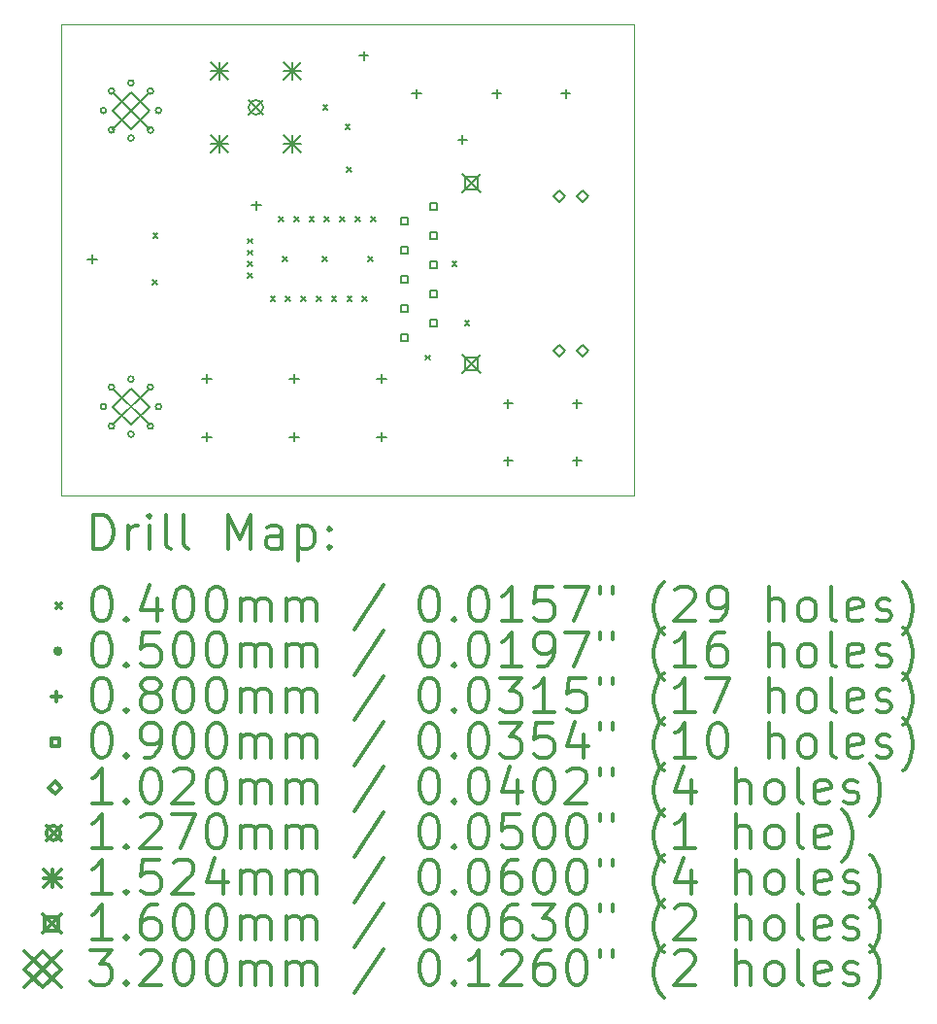
<source format=gbr>
%FSLAX45Y45*%
G04 Gerber Fmt 4.5, Leading zero omitted, Abs format (unit mm)*
G04 Created by KiCad (PCBNEW (5.1.12)-1) date 2021-12-17 13:11:07*
%MOMM*%
%LPD*%
G01*
G04 APERTURE LIST*
%TA.AperFunction,Profile*%
%ADD10C,0.050000*%
%TD*%
%ADD11C,0.200000*%
%ADD12C,0.300000*%
G04 APERTURE END LIST*
D10*
X16130000Y-11640000D02*
X11130000Y-11640000D01*
X16130000Y-7540000D02*
X16130000Y-11640000D01*
X11130000Y-11640000D02*
X11130000Y-7540000D01*
X11130000Y-7540000D02*
X16130000Y-7540000D01*
D11*
X11930420Y-9763260D02*
X11970420Y-9803260D01*
X11970420Y-9763260D02*
X11930420Y-9803260D01*
X11932960Y-9356860D02*
X11972960Y-9396860D01*
X11972960Y-9356860D02*
X11932960Y-9396860D01*
X12755920Y-9405000D02*
X12795920Y-9445000D01*
X12795920Y-9405000D02*
X12755920Y-9445000D01*
X12755920Y-9505000D02*
X12795920Y-9545000D01*
X12795920Y-9505000D02*
X12755920Y-9545000D01*
X12755920Y-9605780D02*
X12795920Y-9645780D01*
X12795920Y-9605780D02*
X12755920Y-9645780D01*
X12755920Y-9707380D02*
X12795920Y-9747380D01*
X12795920Y-9707380D02*
X12755920Y-9747380D01*
X12957431Y-9910001D02*
X12997431Y-9950001D01*
X12997431Y-9910001D02*
X12957431Y-9950001D01*
X13028557Y-9210999D02*
X13068557Y-9250999D01*
X13068557Y-9210999D02*
X13028557Y-9250999D01*
X13060000Y-9560000D02*
X13100000Y-9600000D01*
X13100000Y-9560000D02*
X13060000Y-9600000D01*
X13090941Y-9910001D02*
X13130941Y-9950001D01*
X13130941Y-9910001D02*
X13090941Y-9950001D01*
X13162306Y-9210999D02*
X13202306Y-9250999D01*
X13202306Y-9210999D02*
X13162306Y-9250999D01*
X13224451Y-9910001D02*
X13264451Y-9950001D01*
X13264451Y-9910001D02*
X13224451Y-9950001D01*
X13296056Y-9210999D02*
X13336056Y-9250999D01*
X13336056Y-9210999D02*
X13296056Y-9250999D01*
X13357961Y-9910001D02*
X13397961Y-9950001D01*
X13397961Y-9910001D02*
X13357961Y-9950001D01*
X13410000Y-9560000D02*
X13450000Y-9600000D01*
X13450000Y-9560000D02*
X13410000Y-9600000D01*
X13413780Y-8239260D02*
X13453780Y-8279260D01*
X13453780Y-8239260D02*
X13413780Y-8279260D01*
X13429805Y-9210999D02*
X13469805Y-9250999D01*
X13469805Y-9210999D02*
X13429805Y-9250999D01*
X13491471Y-9910001D02*
X13531471Y-9950001D01*
X13531471Y-9910001D02*
X13491471Y-9950001D01*
X13563555Y-9210999D02*
X13603555Y-9250999D01*
X13603555Y-9210999D02*
X13563555Y-9250999D01*
X13610000Y-8410000D02*
X13650000Y-8450000D01*
X13650000Y-8410000D02*
X13610000Y-8450000D01*
X13620000Y-8780000D02*
X13660000Y-8820000D01*
X13660000Y-8780000D02*
X13620000Y-8820000D01*
X13624981Y-9910001D02*
X13664981Y-9950001D01*
X13664981Y-9910001D02*
X13624981Y-9950001D01*
X13697305Y-9210999D02*
X13737305Y-9250999D01*
X13737305Y-9210999D02*
X13697305Y-9250999D01*
X13758491Y-9910001D02*
X13798491Y-9950001D01*
X13798491Y-9910001D02*
X13758491Y-9950001D01*
X13810000Y-9560000D02*
X13850000Y-9600000D01*
X13850000Y-9560000D02*
X13810000Y-9600000D01*
X13831054Y-9210999D02*
X13871054Y-9250999D01*
X13871054Y-9210999D02*
X13831054Y-9250999D01*
X14310000Y-10420000D02*
X14350000Y-10460000D01*
X14350000Y-10420000D02*
X14310000Y-10460000D01*
X14540000Y-9600000D02*
X14580000Y-9640000D01*
X14580000Y-9600000D02*
X14540000Y-9640000D01*
X14650000Y-10120000D02*
X14690000Y-10160000D01*
X14690000Y-10120000D02*
X14650000Y-10160000D01*
X11524600Y-8287200D02*
G75*
G03*
X11524600Y-8287200I-25000J0D01*
G01*
X11524600Y-10867840D02*
G75*
G03*
X11524600Y-10867840I-25000J0D01*
G01*
X11594894Y-8117494D02*
G75*
G03*
X11594894Y-8117494I-25000J0D01*
G01*
X11594894Y-8456906D02*
G75*
G03*
X11594894Y-8456906I-25000J0D01*
G01*
X11594894Y-10698134D02*
G75*
G03*
X11594894Y-10698134I-25000J0D01*
G01*
X11594894Y-11037546D02*
G75*
G03*
X11594894Y-11037546I-25000J0D01*
G01*
X11764600Y-8047200D02*
G75*
G03*
X11764600Y-8047200I-25000J0D01*
G01*
X11764600Y-8527200D02*
G75*
G03*
X11764600Y-8527200I-25000J0D01*
G01*
X11764600Y-10627840D02*
G75*
G03*
X11764600Y-10627840I-25000J0D01*
G01*
X11764600Y-11107840D02*
G75*
G03*
X11764600Y-11107840I-25000J0D01*
G01*
X11934306Y-8117494D02*
G75*
G03*
X11934306Y-8117494I-25000J0D01*
G01*
X11934306Y-8456906D02*
G75*
G03*
X11934306Y-8456906I-25000J0D01*
G01*
X11934306Y-10698134D02*
G75*
G03*
X11934306Y-10698134I-25000J0D01*
G01*
X11934306Y-11037546D02*
G75*
G03*
X11934306Y-11037546I-25000J0D01*
G01*
X12004600Y-8287200D02*
G75*
G03*
X12004600Y-8287200I-25000J0D01*
G01*
X12004600Y-10867840D02*
G75*
G03*
X12004600Y-10867840I-25000J0D01*
G01*
X11401780Y-9542600D02*
X11401780Y-9622600D01*
X11361780Y-9582600D02*
X11441780Y-9582600D01*
X12400000Y-10584000D02*
X12400000Y-10664000D01*
X12360000Y-10624000D02*
X12440000Y-10624000D01*
X12400000Y-11092000D02*
X12400000Y-11172000D01*
X12360000Y-11132000D02*
X12440000Y-11132000D01*
X12831800Y-9072700D02*
X12831800Y-9152700D01*
X12791800Y-9112700D02*
X12871800Y-9112700D01*
X13162000Y-10584000D02*
X13162000Y-10664000D01*
X13122000Y-10624000D02*
X13202000Y-10624000D01*
X13162000Y-11092000D02*
X13162000Y-11172000D01*
X13122000Y-11132000D02*
X13202000Y-11132000D01*
X13770000Y-7770000D02*
X13770000Y-7850000D01*
X13730000Y-7810000D02*
X13810000Y-7810000D01*
X13924000Y-10584000D02*
X13924000Y-10664000D01*
X13884000Y-10624000D02*
X13964000Y-10624000D01*
X13924000Y-11092000D02*
X13924000Y-11172000D01*
X13884000Y-11132000D02*
X13964000Y-11132000D01*
X14230000Y-8100000D02*
X14230000Y-8180000D01*
X14190000Y-8140000D02*
X14270000Y-8140000D01*
X14630000Y-8500000D02*
X14630000Y-8580000D01*
X14590000Y-8540000D02*
X14670000Y-8540000D01*
X14930000Y-8100000D02*
X14930000Y-8180000D01*
X14890000Y-8140000D02*
X14970000Y-8140000D01*
X15030000Y-10800000D02*
X15030000Y-10880000D01*
X14990000Y-10840000D02*
X15070000Y-10840000D01*
X15030000Y-11300000D02*
X15030000Y-11380000D01*
X14990000Y-11340000D02*
X15070000Y-11340000D01*
X15530000Y-8100000D02*
X15530000Y-8180000D01*
X15490000Y-8140000D02*
X15570000Y-8140000D01*
X15630000Y-10800000D02*
X15630000Y-10880000D01*
X15590000Y-10840000D02*
X15670000Y-10840000D01*
X15630000Y-11300000D02*
X15630000Y-11380000D01*
X15590000Y-11340000D02*
X15670000Y-11340000D01*
X14157820Y-9283820D02*
X14157820Y-9220180D01*
X14094180Y-9220180D01*
X14094180Y-9283820D01*
X14157820Y-9283820D01*
X14157820Y-9537820D02*
X14157820Y-9474180D01*
X14094180Y-9474180D01*
X14094180Y-9537820D01*
X14157820Y-9537820D01*
X14157820Y-9791820D02*
X14157820Y-9728180D01*
X14094180Y-9728180D01*
X14094180Y-9791820D01*
X14157820Y-9791820D01*
X14157820Y-10045820D02*
X14157820Y-9982180D01*
X14094180Y-9982180D01*
X14094180Y-10045820D01*
X14157820Y-10045820D01*
X14157820Y-10299820D02*
X14157820Y-10236180D01*
X14094180Y-10236180D01*
X14094180Y-10299820D01*
X14157820Y-10299820D01*
X14411820Y-9156820D02*
X14411820Y-9093180D01*
X14348180Y-9093180D01*
X14348180Y-9156820D01*
X14411820Y-9156820D01*
X14411820Y-9410820D02*
X14411820Y-9347180D01*
X14348180Y-9347180D01*
X14348180Y-9410820D01*
X14411820Y-9410820D01*
X14411820Y-9664820D02*
X14411820Y-9601180D01*
X14348180Y-9601180D01*
X14348180Y-9664820D01*
X14411820Y-9664820D01*
X14411820Y-9918820D02*
X14411820Y-9855180D01*
X14348180Y-9855180D01*
X14348180Y-9918820D01*
X14411820Y-9918820D01*
X14411820Y-10172820D02*
X14411820Y-10109180D01*
X14348180Y-10109180D01*
X14348180Y-10172820D01*
X14411820Y-10172820D01*
X15472000Y-9087600D02*
X15523000Y-9036600D01*
X15472000Y-8985600D01*
X15421000Y-9036600D01*
X15472000Y-9087600D01*
X15472000Y-10432600D02*
X15523000Y-10381600D01*
X15472000Y-10330600D01*
X15421000Y-10381600D01*
X15472000Y-10432600D01*
X15675000Y-9087600D02*
X15726000Y-9036600D01*
X15675000Y-8985600D01*
X15624000Y-9036600D01*
X15675000Y-9087600D01*
X15675000Y-10432600D02*
X15726000Y-10381600D01*
X15675000Y-10330600D01*
X15624000Y-10381600D01*
X15675000Y-10432600D01*
X12765760Y-8195760D02*
X12892760Y-8322760D01*
X12892760Y-8195760D02*
X12765760Y-8322760D01*
X12892760Y-8259260D02*
G75*
G03*
X12892760Y-8259260I-63500J0D01*
G01*
X12435560Y-7865560D02*
X12587960Y-8017960D01*
X12587960Y-7865560D02*
X12435560Y-8017960D01*
X12511760Y-7865560D02*
X12511760Y-8017960D01*
X12435560Y-7941760D02*
X12587960Y-7941760D01*
X12435560Y-8500560D02*
X12587960Y-8652960D01*
X12587960Y-8500560D02*
X12435560Y-8652960D01*
X12511760Y-8500560D02*
X12511760Y-8652960D01*
X12435560Y-8576760D02*
X12587960Y-8576760D01*
X13070560Y-7865560D02*
X13222960Y-8017960D01*
X13222960Y-7865560D02*
X13070560Y-8017960D01*
X13146760Y-7865560D02*
X13146760Y-8017960D01*
X13070560Y-7941760D02*
X13222960Y-7941760D01*
X13070560Y-8500560D02*
X13222960Y-8652960D01*
X13222960Y-8500560D02*
X13070560Y-8652960D01*
X13146760Y-8500560D02*
X13146760Y-8652960D01*
X13070560Y-8576760D02*
X13222960Y-8576760D01*
X14630000Y-8842000D02*
X14790000Y-9002000D01*
X14790000Y-8842000D02*
X14630000Y-9002000D01*
X14766569Y-8978569D02*
X14766569Y-8865431D01*
X14653431Y-8865431D01*
X14653431Y-8978569D01*
X14766569Y-8978569D01*
X14630200Y-10416600D02*
X14790200Y-10576600D01*
X14790200Y-10416600D02*
X14630200Y-10576600D01*
X14766769Y-10553169D02*
X14766769Y-10440031D01*
X14653631Y-10440031D01*
X14653631Y-10553169D01*
X14766769Y-10553169D01*
X11579600Y-8127200D02*
X11899600Y-8447200D01*
X11899600Y-8127200D02*
X11579600Y-8447200D01*
X11739600Y-8447200D02*
X11899600Y-8287200D01*
X11739600Y-8127200D01*
X11579600Y-8287200D01*
X11739600Y-8447200D01*
X11579600Y-10707840D02*
X11899600Y-11027840D01*
X11899600Y-10707840D02*
X11579600Y-11027840D01*
X11739600Y-11027840D02*
X11899600Y-10867840D01*
X11739600Y-10707840D01*
X11579600Y-10867840D01*
X11739600Y-11027840D01*
D12*
X11413928Y-12108214D02*
X11413928Y-11808214D01*
X11485357Y-11808214D01*
X11528214Y-11822500D01*
X11556786Y-11851071D01*
X11571071Y-11879643D01*
X11585357Y-11936786D01*
X11585357Y-11979643D01*
X11571071Y-12036786D01*
X11556786Y-12065357D01*
X11528214Y-12093929D01*
X11485357Y-12108214D01*
X11413928Y-12108214D01*
X11713928Y-12108214D02*
X11713928Y-11908214D01*
X11713928Y-11965357D02*
X11728214Y-11936786D01*
X11742500Y-11922500D01*
X11771071Y-11908214D01*
X11799643Y-11908214D01*
X11899643Y-12108214D02*
X11899643Y-11908214D01*
X11899643Y-11808214D02*
X11885357Y-11822500D01*
X11899643Y-11836786D01*
X11913928Y-11822500D01*
X11899643Y-11808214D01*
X11899643Y-11836786D01*
X12085357Y-12108214D02*
X12056786Y-12093929D01*
X12042500Y-12065357D01*
X12042500Y-11808214D01*
X12242500Y-12108214D02*
X12213928Y-12093929D01*
X12199643Y-12065357D01*
X12199643Y-11808214D01*
X12585357Y-12108214D02*
X12585357Y-11808214D01*
X12685357Y-12022500D01*
X12785357Y-11808214D01*
X12785357Y-12108214D01*
X13056786Y-12108214D02*
X13056786Y-11951071D01*
X13042500Y-11922500D01*
X13013928Y-11908214D01*
X12956786Y-11908214D01*
X12928214Y-11922500D01*
X13056786Y-12093929D02*
X13028214Y-12108214D01*
X12956786Y-12108214D01*
X12928214Y-12093929D01*
X12913928Y-12065357D01*
X12913928Y-12036786D01*
X12928214Y-12008214D01*
X12956786Y-11993929D01*
X13028214Y-11993929D01*
X13056786Y-11979643D01*
X13199643Y-11908214D02*
X13199643Y-12208214D01*
X13199643Y-11922500D02*
X13228214Y-11908214D01*
X13285357Y-11908214D01*
X13313928Y-11922500D01*
X13328214Y-11936786D01*
X13342500Y-11965357D01*
X13342500Y-12051071D01*
X13328214Y-12079643D01*
X13313928Y-12093929D01*
X13285357Y-12108214D01*
X13228214Y-12108214D01*
X13199643Y-12093929D01*
X13471071Y-12079643D02*
X13485357Y-12093929D01*
X13471071Y-12108214D01*
X13456786Y-12093929D01*
X13471071Y-12079643D01*
X13471071Y-12108214D01*
X13471071Y-11922500D02*
X13485357Y-11936786D01*
X13471071Y-11951071D01*
X13456786Y-11936786D01*
X13471071Y-11922500D01*
X13471071Y-11951071D01*
X11087500Y-12582500D02*
X11127500Y-12622500D01*
X11127500Y-12582500D02*
X11087500Y-12622500D01*
X11471071Y-12438214D02*
X11499643Y-12438214D01*
X11528214Y-12452500D01*
X11542500Y-12466786D01*
X11556786Y-12495357D01*
X11571071Y-12552500D01*
X11571071Y-12623929D01*
X11556786Y-12681071D01*
X11542500Y-12709643D01*
X11528214Y-12723929D01*
X11499643Y-12738214D01*
X11471071Y-12738214D01*
X11442500Y-12723929D01*
X11428214Y-12709643D01*
X11413928Y-12681071D01*
X11399643Y-12623929D01*
X11399643Y-12552500D01*
X11413928Y-12495357D01*
X11428214Y-12466786D01*
X11442500Y-12452500D01*
X11471071Y-12438214D01*
X11699643Y-12709643D02*
X11713928Y-12723929D01*
X11699643Y-12738214D01*
X11685357Y-12723929D01*
X11699643Y-12709643D01*
X11699643Y-12738214D01*
X11971071Y-12538214D02*
X11971071Y-12738214D01*
X11899643Y-12423929D02*
X11828214Y-12638214D01*
X12013928Y-12638214D01*
X12185357Y-12438214D02*
X12213928Y-12438214D01*
X12242500Y-12452500D01*
X12256786Y-12466786D01*
X12271071Y-12495357D01*
X12285357Y-12552500D01*
X12285357Y-12623929D01*
X12271071Y-12681071D01*
X12256786Y-12709643D01*
X12242500Y-12723929D01*
X12213928Y-12738214D01*
X12185357Y-12738214D01*
X12156786Y-12723929D01*
X12142500Y-12709643D01*
X12128214Y-12681071D01*
X12113928Y-12623929D01*
X12113928Y-12552500D01*
X12128214Y-12495357D01*
X12142500Y-12466786D01*
X12156786Y-12452500D01*
X12185357Y-12438214D01*
X12471071Y-12438214D02*
X12499643Y-12438214D01*
X12528214Y-12452500D01*
X12542500Y-12466786D01*
X12556786Y-12495357D01*
X12571071Y-12552500D01*
X12571071Y-12623929D01*
X12556786Y-12681071D01*
X12542500Y-12709643D01*
X12528214Y-12723929D01*
X12499643Y-12738214D01*
X12471071Y-12738214D01*
X12442500Y-12723929D01*
X12428214Y-12709643D01*
X12413928Y-12681071D01*
X12399643Y-12623929D01*
X12399643Y-12552500D01*
X12413928Y-12495357D01*
X12428214Y-12466786D01*
X12442500Y-12452500D01*
X12471071Y-12438214D01*
X12699643Y-12738214D02*
X12699643Y-12538214D01*
X12699643Y-12566786D02*
X12713928Y-12552500D01*
X12742500Y-12538214D01*
X12785357Y-12538214D01*
X12813928Y-12552500D01*
X12828214Y-12581071D01*
X12828214Y-12738214D01*
X12828214Y-12581071D02*
X12842500Y-12552500D01*
X12871071Y-12538214D01*
X12913928Y-12538214D01*
X12942500Y-12552500D01*
X12956786Y-12581071D01*
X12956786Y-12738214D01*
X13099643Y-12738214D02*
X13099643Y-12538214D01*
X13099643Y-12566786D02*
X13113928Y-12552500D01*
X13142500Y-12538214D01*
X13185357Y-12538214D01*
X13213928Y-12552500D01*
X13228214Y-12581071D01*
X13228214Y-12738214D01*
X13228214Y-12581071D02*
X13242500Y-12552500D01*
X13271071Y-12538214D01*
X13313928Y-12538214D01*
X13342500Y-12552500D01*
X13356786Y-12581071D01*
X13356786Y-12738214D01*
X13942500Y-12423929D02*
X13685357Y-12809643D01*
X14328214Y-12438214D02*
X14356786Y-12438214D01*
X14385357Y-12452500D01*
X14399643Y-12466786D01*
X14413928Y-12495357D01*
X14428214Y-12552500D01*
X14428214Y-12623929D01*
X14413928Y-12681071D01*
X14399643Y-12709643D01*
X14385357Y-12723929D01*
X14356786Y-12738214D01*
X14328214Y-12738214D01*
X14299643Y-12723929D01*
X14285357Y-12709643D01*
X14271071Y-12681071D01*
X14256786Y-12623929D01*
X14256786Y-12552500D01*
X14271071Y-12495357D01*
X14285357Y-12466786D01*
X14299643Y-12452500D01*
X14328214Y-12438214D01*
X14556786Y-12709643D02*
X14571071Y-12723929D01*
X14556786Y-12738214D01*
X14542500Y-12723929D01*
X14556786Y-12709643D01*
X14556786Y-12738214D01*
X14756786Y-12438214D02*
X14785357Y-12438214D01*
X14813928Y-12452500D01*
X14828214Y-12466786D01*
X14842500Y-12495357D01*
X14856786Y-12552500D01*
X14856786Y-12623929D01*
X14842500Y-12681071D01*
X14828214Y-12709643D01*
X14813928Y-12723929D01*
X14785357Y-12738214D01*
X14756786Y-12738214D01*
X14728214Y-12723929D01*
X14713928Y-12709643D01*
X14699643Y-12681071D01*
X14685357Y-12623929D01*
X14685357Y-12552500D01*
X14699643Y-12495357D01*
X14713928Y-12466786D01*
X14728214Y-12452500D01*
X14756786Y-12438214D01*
X15142500Y-12738214D02*
X14971071Y-12738214D01*
X15056786Y-12738214D02*
X15056786Y-12438214D01*
X15028214Y-12481071D01*
X14999643Y-12509643D01*
X14971071Y-12523929D01*
X15413928Y-12438214D02*
X15271071Y-12438214D01*
X15256786Y-12581071D01*
X15271071Y-12566786D01*
X15299643Y-12552500D01*
X15371071Y-12552500D01*
X15399643Y-12566786D01*
X15413928Y-12581071D01*
X15428214Y-12609643D01*
X15428214Y-12681071D01*
X15413928Y-12709643D01*
X15399643Y-12723929D01*
X15371071Y-12738214D01*
X15299643Y-12738214D01*
X15271071Y-12723929D01*
X15256786Y-12709643D01*
X15528214Y-12438214D02*
X15728214Y-12438214D01*
X15599643Y-12738214D01*
X15828214Y-12438214D02*
X15828214Y-12495357D01*
X15942500Y-12438214D02*
X15942500Y-12495357D01*
X16385357Y-12852500D02*
X16371071Y-12838214D01*
X16342500Y-12795357D01*
X16328214Y-12766786D01*
X16313928Y-12723929D01*
X16299643Y-12652500D01*
X16299643Y-12595357D01*
X16313928Y-12523929D01*
X16328214Y-12481071D01*
X16342500Y-12452500D01*
X16371071Y-12409643D01*
X16385357Y-12395357D01*
X16485357Y-12466786D02*
X16499643Y-12452500D01*
X16528214Y-12438214D01*
X16599643Y-12438214D01*
X16628214Y-12452500D01*
X16642500Y-12466786D01*
X16656786Y-12495357D01*
X16656786Y-12523929D01*
X16642500Y-12566786D01*
X16471071Y-12738214D01*
X16656786Y-12738214D01*
X16799643Y-12738214D02*
X16856786Y-12738214D01*
X16885357Y-12723929D01*
X16899643Y-12709643D01*
X16928214Y-12666786D01*
X16942500Y-12609643D01*
X16942500Y-12495357D01*
X16928214Y-12466786D01*
X16913928Y-12452500D01*
X16885357Y-12438214D01*
X16828214Y-12438214D01*
X16799643Y-12452500D01*
X16785357Y-12466786D01*
X16771071Y-12495357D01*
X16771071Y-12566786D01*
X16785357Y-12595357D01*
X16799643Y-12609643D01*
X16828214Y-12623929D01*
X16885357Y-12623929D01*
X16913928Y-12609643D01*
X16928214Y-12595357D01*
X16942500Y-12566786D01*
X17299643Y-12738214D02*
X17299643Y-12438214D01*
X17428214Y-12738214D02*
X17428214Y-12581071D01*
X17413928Y-12552500D01*
X17385357Y-12538214D01*
X17342500Y-12538214D01*
X17313928Y-12552500D01*
X17299643Y-12566786D01*
X17613928Y-12738214D02*
X17585357Y-12723929D01*
X17571071Y-12709643D01*
X17556786Y-12681071D01*
X17556786Y-12595357D01*
X17571071Y-12566786D01*
X17585357Y-12552500D01*
X17613928Y-12538214D01*
X17656786Y-12538214D01*
X17685357Y-12552500D01*
X17699643Y-12566786D01*
X17713928Y-12595357D01*
X17713928Y-12681071D01*
X17699643Y-12709643D01*
X17685357Y-12723929D01*
X17656786Y-12738214D01*
X17613928Y-12738214D01*
X17885357Y-12738214D02*
X17856786Y-12723929D01*
X17842500Y-12695357D01*
X17842500Y-12438214D01*
X18113928Y-12723929D02*
X18085357Y-12738214D01*
X18028214Y-12738214D01*
X17999643Y-12723929D01*
X17985357Y-12695357D01*
X17985357Y-12581071D01*
X17999643Y-12552500D01*
X18028214Y-12538214D01*
X18085357Y-12538214D01*
X18113928Y-12552500D01*
X18128214Y-12581071D01*
X18128214Y-12609643D01*
X17985357Y-12638214D01*
X18242500Y-12723929D02*
X18271071Y-12738214D01*
X18328214Y-12738214D01*
X18356786Y-12723929D01*
X18371071Y-12695357D01*
X18371071Y-12681071D01*
X18356786Y-12652500D01*
X18328214Y-12638214D01*
X18285357Y-12638214D01*
X18256786Y-12623929D01*
X18242500Y-12595357D01*
X18242500Y-12581071D01*
X18256786Y-12552500D01*
X18285357Y-12538214D01*
X18328214Y-12538214D01*
X18356786Y-12552500D01*
X18471071Y-12852500D02*
X18485357Y-12838214D01*
X18513928Y-12795357D01*
X18528214Y-12766786D01*
X18542500Y-12723929D01*
X18556786Y-12652500D01*
X18556786Y-12595357D01*
X18542500Y-12523929D01*
X18528214Y-12481071D01*
X18513928Y-12452500D01*
X18485357Y-12409643D01*
X18471071Y-12395357D01*
X11127500Y-12998500D02*
G75*
G03*
X11127500Y-12998500I-25000J0D01*
G01*
X11471071Y-12834214D02*
X11499643Y-12834214D01*
X11528214Y-12848500D01*
X11542500Y-12862786D01*
X11556786Y-12891357D01*
X11571071Y-12948500D01*
X11571071Y-13019929D01*
X11556786Y-13077071D01*
X11542500Y-13105643D01*
X11528214Y-13119929D01*
X11499643Y-13134214D01*
X11471071Y-13134214D01*
X11442500Y-13119929D01*
X11428214Y-13105643D01*
X11413928Y-13077071D01*
X11399643Y-13019929D01*
X11399643Y-12948500D01*
X11413928Y-12891357D01*
X11428214Y-12862786D01*
X11442500Y-12848500D01*
X11471071Y-12834214D01*
X11699643Y-13105643D02*
X11713928Y-13119929D01*
X11699643Y-13134214D01*
X11685357Y-13119929D01*
X11699643Y-13105643D01*
X11699643Y-13134214D01*
X11985357Y-12834214D02*
X11842500Y-12834214D01*
X11828214Y-12977071D01*
X11842500Y-12962786D01*
X11871071Y-12948500D01*
X11942500Y-12948500D01*
X11971071Y-12962786D01*
X11985357Y-12977071D01*
X11999643Y-13005643D01*
X11999643Y-13077071D01*
X11985357Y-13105643D01*
X11971071Y-13119929D01*
X11942500Y-13134214D01*
X11871071Y-13134214D01*
X11842500Y-13119929D01*
X11828214Y-13105643D01*
X12185357Y-12834214D02*
X12213928Y-12834214D01*
X12242500Y-12848500D01*
X12256786Y-12862786D01*
X12271071Y-12891357D01*
X12285357Y-12948500D01*
X12285357Y-13019929D01*
X12271071Y-13077071D01*
X12256786Y-13105643D01*
X12242500Y-13119929D01*
X12213928Y-13134214D01*
X12185357Y-13134214D01*
X12156786Y-13119929D01*
X12142500Y-13105643D01*
X12128214Y-13077071D01*
X12113928Y-13019929D01*
X12113928Y-12948500D01*
X12128214Y-12891357D01*
X12142500Y-12862786D01*
X12156786Y-12848500D01*
X12185357Y-12834214D01*
X12471071Y-12834214D02*
X12499643Y-12834214D01*
X12528214Y-12848500D01*
X12542500Y-12862786D01*
X12556786Y-12891357D01*
X12571071Y-12948500D01*
X12571071Y-13019929D01*
X12556786Y-13077071D01*
X12542500Y-13105643D01*
X12528214Y-13119929D01*
X12499643Y-13134214D01*
X12471071Y-13134214D01*
X12442500Y-13119929D01*
X12428214Y-13105643D01*
X12413928Y-13077071D01*
X12399643Y-13019929D01*
X12399643Y-12948500D01*
X12413928Y-12891357D01*
X12428214Y-12862786D01*
X12442500Y-12848500D01*
X12471071Y-12834214D01*
X12699643Y-13134214D02*
X12699643Y-12934214D01*
X12699643Y-12962786D02*
X12713928Y-12948500D01*
X12742500Y-12934214D01*
X12785357Y-12934214D01*
X12813928Y-12948500D01*
X12828214Y-12977071D01*
X12828214Y-13134214D01*
X12828214Y-12977071D02*
X12842500Y-12948500D01*
X12871071Y-12934214D01*
X12913928Y-12934214D01*
X12942500Y-12948500D01*
X12956786Y-12977071D01*
X12956786Y-13134214D01*
X13099643Y-13134214D02*
X13099643Y-12934214D01*
X13099643Y-12962786D02*
X13113928Y-12948500D01*
X13142500Y-12934214D01*
X13185357Y-12934214D01*
X13213928Y-12948500D01*
X13228214Y-12977071D01*
X13228214Y-13134214D01*
X13228214Y-12977071D02*
X13242500Y-12948500D01*
X13271071Y-12934214D01*
X13313928Y-12934214D01*
X13342500Y-12948500D01*
X13356786Y-12977071D01*
X13356786Y-13134214D01*
X13942500Y-12819929D02*
X13685357Y-13205643D01*
X14328214Y-12834214D02*
X14356786Y-12834214D01*
X14385357Y-12848500D01*
X14399643Y-12862786D01*
X14413928Y-12891357D01*
X14428214Y-12948500D01*
X14428214Y-13019929D01*
X14413928Y-13077071D01*
X14399643Y-13105643D01*
X14385357Y-13119929D01*
X14356786Y-13134214D01*
X14328214Y-13134214D01*
X14299643Y-13119929D01*
X14285357Y-13105643D01*
X14271071Y-13077071D01*
X14256786Y-13019929D01*
X14256786Y-12948500D01*
X14271071Y-12891357D01*
X14285357Y-12862786D01*
X14299643Y-12848500D01*
X14328214Y-12834214D01*
X14556786Y-13105643D02*
X14571071Y-13119929D01*
X14556786Y-13134214D01*
X14542500Y-13119929D01*
X14556786Y-13105643D01*
X14556786Y-13134214D01*
X14756786Y-12834214D02*
X14785357Y-12834214D01*
X14813928Y-12848500D01*
X14828214Y-12862786D01*
X14842500Y-12891357D01*
X14856786Y-12948500D01*
X14856786Y-13019929D01*
X14842500Y-13077071D01*
X14828214Y-13105643D01*
X14813928Y-13119929D01*
X14785357Y-13134214D01*
X14756786Y-13134214D01*
X14728214Y-13119929D01*
X14713928Y-13105643D01*
X14699643Y-13077071D01*
X14685357Y-13019929D01*
X14685357Y-12948500D01*
X14699643Y-12891357D01*
X14713928Y-12862786D01*
X14728214Y-12848500D01*
X14756786Y-12834214D01*
X15142500Y-13134214D02*
X14971071Y-13134214D01*
X15056786Y-13134214D02*
X15056786Y-12834214D01*
X15028214Y-12877071D01*
X14999643Y-12905643D01*
X14971071Y-12919929D01*
X15285357Y-13134214D02*
X15342500Y-13134214D01*
X15371071Y-13119929D01*
X15385357Y-13105643D01*
X15413928Y-13062786D01*
X15428214Y-13005643D01*
X15428214Y-12891357D01*
X15413928Y-12862786D01*
X15399643Y-12848500D01*
X15371071Y-12834214D01*
X15313928Y-12834214D01*
X15285357Y-12848500D01*
X15271071Y-12862786D01*
X15256786Y-12891357D01*
X15256786Y-12962786D01*
X15271071Y-12991357D01*
X15285357Y-13005643D01*
X15313928Y-13019929D01*
X15371071Y-13019929D01*
X15399643Y-13005643D01*
X15413928Y-12991357D01*
X15428214Y-12962786D01*
X15528214Y-12834214D02*
X15728214Y-12834214D01*
X15599643Y-13134214D01*
X15828214Y-12834214D02*
X15828214Y-12891357D01*
X15942500Y-12834214D02*
X15942500Y-12891357D01*
X16385357Y-13248500D02*
X16371071Y-13234214D01*
X16342500Y-13191357D01*
X16328214Y-13162786D01*
X16313928Y-13119929D01*
X16299643Y-13048500D01*
X16299643Y-12991357D01*
X16313928Y-12919929D01*
X16328214Y-12877071D01*
X16342500Y-12848500D01*
X16371071Y-12805643D01*
X16385357Y-12791357D01*
X16656786Y-13134214D02*
X16485357Y-13134214D01*
X16571071Y-13134214D02*
X16571071Y-12834214D01*
X16542500Y-12877071D01*
X16513928Y-12905643D01*
X16485357Y-12919929D01*
X16913928Y-12834214D02*
X16856786Y-12834214D01*
X16828214Y-12848500D01*
X16813928Y-12862786D01*
X16785357Y-12905643D01*
X16771071Y-12962786D01*
X16771071Y-13077071D01*
X16785357Y-13105643D01*
X16799643Y-13119929D01*
X16828214Y-13134214D01*
X16885357Y-13134214D01*
X16913928Y-13119929D01*
X16928214Y-13105643D01*
X16942500Y-13077071D01*
X16942500Y-13005643D01*
X16928214Y-12977071D01*
X16913928Y-12962786D01*
X16885357Y-12948500D01*
X16828214Y-12948500D01*
X16799643Y-12962786D01*
X16785357Y-12977071D01*
X16771071Y-13005643D01*
X17299643Y-13134214D02*
X17299643Y-12834214D01*
X17428214Y-13134214D02*
X17428214Y-12977071D01*
X17413928Y-12948500D01*
X17385357Y-12934214D01*
X17342500Y-12934214D01*
X17313928Y-12948500D01*
X17299643Y-12962786D01*
X17613928Y-13134214D02*
X17585357Y-13119929D01*
X17571071Y-13105643D01*
X17556786Y-13077071D01*
X17556786Y-12991357D01*
X17571071Y-12962786D01*
X17585357Y-12948500D01*
X17613928Y-12934214D01*
X17656786Y-12934214D01*
X17685357Y-12948500D01*
X17699643Y-12962786D01*
X17713928Y-12991357D01*
X17713928Y-13077071D01*
X17699643Y-13105643D01*
X17685357Y-13119929D01*
X17656786Y-13134214D01*
X17613928Y-13134214D01*
X17885357Y-13134214D02*
X17856786Y-13119929D01*
X17842500Y-13091357D01*
X17842500Y-12834214D01*
X18113928Y-13119929D02*
X18085357Y-13134214D01*
X18028214Y-13134214D01*
X17999643Y-13119929D01*
X17985357Y-13091357D01*
X17985357Y-12977071D01*
X17999643Y-12948500D01*
X18028214Y-12934214D01*
X18085357Y-12934214D01*
X18113928Y-12948500D01*
X18128214Y-12977071D01*
X18128214Y-13005643D01*
X17985357Y-13034214D01*
X18242500Y-13119929D02*
X18271071Y-13134214D01*
X18328214Y-13134214D01*
X18356786Y-13119929D01*
X18371071Y-13091357D01*
X18371071Y-13077071D01*
X18356786Y-13048500D01*
X18328214Y-13034214D01*
X18285357Y-13034214D01*
X18256786Y-13019929D01*
X18242500Y-12991357D01*
X18242500Y-12977071D01*
X18256786Y-12948500D01*
X18285357Y-12934214D01*
X18328214Y-12934214D01*
X18356786Y-12948500D01*
X18471071Y-13248500D02*
X18485357Y-13234214D01*
X18513928Y-13191357D01*
X18528214Y-13162786D01*
X18542500Y-13119929D01*
X18556786Y-13048500D01*
X18556786Y-12991357D01*
X18542500Y-12919929D01*
X18528214Y-12877071D01*
X18513928Y-12848500D01*
X18485357Y-12805643D01*
X18471071Y-12791357D01*
X11087500Y-13354500D02*
X11087500Y-13434500D01*
X11047500Y-13394500D02*
X11127500Y-13394500D01*
X11471071Y-13230214D02*
X11499643Y-13230214D01*
X11528214Y-13244500D01*
X11542500Y-13258786D01*
X11556786Y-13287357D01*
X11571071Y-13344500D01*
X11571071Y-13415929D01*
X11556786Y-13473071D01*
X11542500Y-13501643D01*
X11528214Y-13515929D01*
X11499643Y-13530214D01*
X11471071Y-13530214D01*
X11442500Y-13515929D01*
X11428214Y-13501643D01*
X11413928Y-13473071D01*
X11399643Y-13415929D01*
X11399643Y-13344500D01*
X11413928Y-13287357D01*
X11428214Y-13258786D01*
X11442500Y-13244500D01*
X11471071Y-13230214D01*
X11699643Y-13501643D02*
X11713928Y-13515929D01*
X11699643Y-13530214D01*
X11685357Y-13515929D01*
X11699643Y-13501643D01*
X11699643Y-13530214D01*
X11885357Y-13358786D02*
X11856786Y-13344500D01*
X11842500Y-13330214D01*
X11828214Y-13301643D01*
X11828214Y-13287357D01*
X11842500Y-13258786D01*
X11856786Y-13244500D01*
X11885357Y-13230214D01*
X11942500Y-13230214D01*
X11971071Y-13244500D01*
X11985357Y-13258786D01*
X11999643Y-13287357D01*
X11999643Y-13301643D01*
X11985357Y-13330214D01*
X11971071Y-13344500D01*
X11942500Y-13358786D01*
X11885357Y-13358786D01*
X11856786Y-13373071D01*
X11842500Y-13387357D01*
X11828214Y-13415929D01*
X11828214Y-13473071D01*
X11842500Y-13501643D01*
X11856786Y-13515929D01*
X11885357Y-13530214D01*
X11942500Y-13530214D01*
X11971071Y-13515929D01*
X11985357Y-13501643D01*
X11999643Y-13473071D01*
X11999643Y-13415929D01*
X11985357Y-13387357D01*
X11971071Y-13373071D01*
X11942500Y-13358786D01*
X12185357Y-13230214D02*
X12213928Y-13230214D01*
X12242500Y-13244500D01*
X12256786Y-13258786D01*
X12271071Y-13287357D01*
X12285357Y-13344500D01*
X12285357Y-13415929D01*
X12271071Y-13473071D01*
X12256786Y-13501643D01*
X12242500Y-13515929D01*
X12213928Y-13530214D01*
X12185357Y-13530214D01*
X12156786Y-13515929D01*
X12142500Y-13501643D01*
X12128214Y-13473071D01*
X12113928Y-13415929D01*
X12113928Y-13344500D01*
X12128214Y-13287357D01*
X12142500Y-13258786D01*
X12156786Y-13244500D01*
X12185357Y-13230214D01*
X12471071Y-13230214D02*
X12499643Y-13230214D01*
X12528214Y-13244500D01*
X12542500Y-13258786D01*
X12556786Y-13287357D01*
X12571071Y-13344500D01*
X12571071Y-13415929D01*
X12556786Y-13473071D01*
X12542500Y-13501643D01*
X12528214Y-13515929D01*
X12499643Y-13530214D01*
X12471071Y-13530214D01*
X12442500Y-13515929D01*
X12428214Y-13501643D01*
X12413928Y-13473071D01*
X12399643Y-13415929D01*
X12399643Y-13344500D01*
X12413928Y-13287357D01*
X12428214Y-13258786D01*
X12442500Y-13244500D01*
X12471071Y-13230214D01*
X12699643Y-13530214D02*
X12699643Y-13330214D01*
X12699643Y-13358786D02*
X12713928Y-13344500D01*
X12742500Y-13330214D01*
X12785357Y-13330214D01*
X12813928Y-13344500D01*
X12828214Y-13373071D01*
X12828214Y-13530214D01*
X12828214Y-13373071D02*
X12842500Y-13344500D01*
X12871071Y-13330214D01*
X12913928Y-13330214D01*
X12942500Y-13344500D01*
X12956786Y-13373071D01*
X12956786Y-13530214D01*
X13099643Y-13530214D02*
X13099643Y-13330214D01*
X13099643Y-13358786D02*
X13113928Y-13344500D01*
X13142500Y-13330214D01*
X13185357Y-13330214D01*
X13213928Y-13344500D01*
X13228214Y-13373071D01*
X13228214Y-13530214D01*
X13228214Y-13373071D02*
X13242500Y-13344500D01*
X13271071Y-13330214D01*
X13313928Y-13330214D01*
X13342500Y-13344500D01*
X13356786Y-13373071D01*
X13356786Y-13530214D01*
X13942500Y-13215929D02*
X13685357Y-13601643D01*
X14328214Y-13230214D02*
X14356786Y-13230214D01*
X14385357Y-13244500D01*
X14399643Y-13258786D01*
X14413928Y-13287357D01*
X14428214Y-13344500D01*
X14428214Y-13415929D01*
X14413928Y-13473071D01*
X14399643Y-13501643D01*
X14385357Y-13515929D01*
X14356786Y-13530214D01*
X14328214Y-13530214D01*
X14299643Y-13515929D01*
X14285357Y-13501643D01*
X14271071Y-13473071D01*
X14256786Y-13415929D01*
X14256786Y-13344500D01*
X14271071Y-13287357D01*
X14285357Y-13258786D01*
X14299643Y-13244500D01*
X14328214Y-13230214D01*
X14556786Y-13501643D02*
X14571071Y-13515929D01*
X14556786Y-13530214D01*
X14542500Y-13515929D01*
X14556786Y-13501643D01*
X14556786Y-13530214D01*
X14756786Y-13230214D02*
X14785357Y-13230214D01*
X14813928Y-13244500D01*
X14828214Y-13258786D01*
X14842500Y-13287357D01*
X14856786Y-13344500D01*
X14856786Y-13415929D01*
X14842500Y-13473071D01*
X14828214Y-13501643D01*
X14813928Y-13515929D01*
X14785357Y-13530214D01*
X14756786Y-13530214D01*
X14728214Y-13515929D01*
X14713928Y-13501643D01*
X14699643Y-13473071D01*
X14685357Y-13415929D01*
X14685357Y-13344500D01*
X14699643Y-13287357D01*
X14713928Y-13258786D01*
X14728214Y-13244500D01*
X14756786Y-13230214D01*
X14956786Y-13230214D02*
X15142500Y-13230214D01*
X15042500Y-13344500D01*
X15085357Y-13344500D01*
X15113928Y-13358786D01*
X15128214Y-13373071D01*
X15142500Y-13401643D01*
X15142500Y-13473071D01*
X15128214Y-13501643D01*
X15113928Y-13515929D01*
X15085357Y-13530214D01*
X14999643Y-13530214D01*
X14971071Y-13515929D01*
X14956786Y-13501643D01*
X15428214Y-13530214D02*
X15256786Y-13530214D01*
X15342500Y-13530214D02*
X15342500Y-13230214D01*
X15313928Y-13273071D01*
X15285357Y-13301643D01*
X15256786Y-13315929D01*
X15699643Y-13230214D02*
X15556786Y-13230214D01*
X15542500Y-13373071D01*
X15556786Y-13358786D01*
X15585357Y-13344500D01*
X15656786Y-13344500D01*
X15685357Y-13358786D01*
X15699643Y-13373071D01*
X15713928Y-13401643D01*
X15713928Y-13473071D01*
X15699643Y-13501643D01*
X15685357Y-13515929D01*
X15656786Y-13530214D01*
X15585357Y-13530214D01*
X15556786Y-13515929D01*
X15542500Y-13501643D01*
X15828214Y-13230214D02*
X15828214Y-13287357D01*
X15942500Y-13230214D02*
X15942500Y-13287357D01*
X16385357Y-13644500D02*
X16371071Y-13630214D01*
X16342500Y-13587357D01*
X16328214Y-13558786D01*
X16313928Y-13515929D01*
X16299643Y-13444500D01*
X16299643Y-13387357D01*
X16313928Y-13315929D01*
X16328214Y-13273071D01*
X16342500Y-13244500D01*
X16371071Y-13201643D01*
X16385357Y-13187357D01*
X16656786Y-13530214D02*
X16485357Y-13530214D01*
X16571071Y-13530214D02*
X16571071Y-13230214D01*
X16542500Y-13273071D01*
X16513928Y-13301643D01*
X16485357Y-13315929D01*
X16756786Y-13230214D02*
X16956786Y-13230214D01*
X16828214Y-13530214D01*
X17299643Y-13530214D02*
X17299643Y-13230214D01*
X17428214Y-13530214D02*
X17428214Y-13373071D01*
X17413928Y-13344500D01*
X17385357Y-13330214D01*
X17342500Y-13330214D01*
X17313928Y-13344500D01*
X17299643Y-13358786D01*
X17613928Y-13530214D02*
X17585357Y-13515929D01*
X17571071Y-13501643D01*
X17556786Y-13473071D01*
X17556786Y-13387357D01*
X17571071Y-13358786D01*
X17585357Y-13344500D01*
X17613928Y-13330214D01*
X17656786Y-13330214D01*
X17685357Y-13344500D01*
X17699643Y-13358786D01*
X17713928Y-13387357D01*
X17713928Y-13473071D01*
X17699643Y-13501643D01*
X17685357Y-13515929D01*
X17656786Y-13530214D01*
X17613928Y-13530214D01*
X17885357Y-13530214D02*
X17856786Y-13515929D01*
X17842500Y-13487357D01*
X17842500Y-13230214D01*
X18113928Y-13515929D02*
X18085357Y-13530214D01*
X18028214Y-13530214D01*
X17999643Y-13515929D01*
X17985357Y-13487357D01*
X17985357Y-13373071D01*
X17999643Y-13344500D01*
X18028214Y-13330214D01*
X18085357Y-13330214D01*
X18113928Y-13344500D01*
X18128214Y-13373071D01*
X18128214Y-13401643D01*
X17985357Y-13430214D01*
X18242500Y-13515929D02*
X18271071Y-13530214D01*
X18328214Y-13530214D01*
X18356786Y-13515929D01*
X18371071Y-13487357D01*
X18371071Y-13473071D01*
X18356786Y-13444500D01*
X18328214Y-13430214D01*
X18285357Y-13430214D01*
X18256786Y-13415929D01*
X18242500Y-13387357D01*
X18242500Y-13373071D01*
X18256786Y-13344500D01*
X18285357Y-13330214D01*
X18328214Y-13330214D01*
X18356786Y-13344500D01*
X18471071Y-13644500D02*
X18485357Y-13630214D01*
X18513928Y-13587357D01*
X18528214Y-13558786D01*
X18542500Y-13515929D01*
X18556786Y-13444500D01*
X18556786Y-13387357D01*
X18542500Y-13315929D01*
X18528214Y-13273071D01*
X18513928Y-13244500D01*
X18485357Y-13201643D01*
X18471071Y-13187357D01*
X11114320Y-13822320D02*
X11114320Y-13758680D01*
X11050680Y-13758680D01*
X11050680Y-13822320D01*
X11114320Y-13822320D01*
X11471071Y-13626214D02*
X11499643Y-13626214D01*
X11528214Y-13640500D01*
X11542500Y-13654786D01*
X11556786Y-13683357D01*
X11571071Y-13740500D01*
X11571071Y-13811929D01*
X11556786Y-13869071D01*
X11542500Y-13897643D01*
X11528214Y-13911929D01*
X11499643Y-13926214D01*
X11471071Y-13926214D01*
X11442500Y-13911929D01*
X11428214Y-13897643D01*
X11413928Y-13869071D01*
X11399643Y-13811929D01*
X11399643Y-13740500D01*
X11413928Y-13683357D01*
X11428214Y-13654786D01*
X11442500Y-13640500D01*
X11471071Y-13626214D01*
X11699643Y-13897643D02*
X11713928Y-13911929D01*
X11699643Y-13926214D01*
X11685357Y-13911929D01*
X11699643Y-13897643D01*
X11699643Y-13926214D01*
X11856786Y-13926214D02*
X11913928Y-13926214D01*
X11942500Y-13911929D01*
X11956786Y-13897643D01*
X11985357Y-13854786D01*
X11999643Y-13797643D01*
X11999643Y-13683357D01*
X11985357Y-13654786D01*
X11971071Y-13640500D01*
X11942500Y-13626214D01*
X11885357Y-13626214D01*
X11856786Y-13640500D01*
X11842500Y-13654786D01*
X11828214Y-13683357D01*
X11828214Y-13754786D01*
X11842500Y-13783357D01*
X11856786Y-13797643D01*
X11885357Y-13811929D01*
X11942500Y-13811929D01*
X11971071Y-13797643D01*
X11985357Y-13783357D01*
X11999643Y-13754786D01*
X12185357Y-13626214D02*
X12213928Y-13626214D01*
X12242500Y-13640500D01*
X12256786Y-13654786D01*
X12271071Y-13683357D01*
X12285357Y-13740500D01*
X12285357Y-13811929D01*
X12271071Y-13869071D01*
X12256786Y-13897643D01*
X12242500Y-13911929D01*
X12213928Y-13926214D01*
X12185357Y-13926214D01*
X12156786Y-13911929D01*
X12142500Y-13897643D01*
X12128214Y-13869071D01*
X12113928Y-13811929D01*
X12113928Y-13740500D01*
X12128214Y-13683357D01*
X12142500Y-13654786D01*
X12156786Y-13640500D01*
X12185357Y-13626214D01*
X12471071Y-13626214D02*
X12499643Y-13626214D01*
X12528214Y-13640500D01*
X12542500Y-13654786D01*
X12556786Y-13683357D01*
X12571071Y-13740500D01*
X12571071Y-13811929D01*
X12556786Y-13869071D01*
X12542500Y-13897643D01*
X12528214Y-13911929D01*
X12499643Y-13926214D01*
X12471071Y-13926214D01*
X12442500Y-13911929D01*
X12428214Y-13897643D01*
X12413928Y-13869071D01*
X12399643Y-13811929D01*
X12399643Y-13740500D01*
X12413928Y-13683357D01*
X12428214Y-13654786D01*
X12442500Y-13640500D01*
X12471071Y-13626214D01*
X12699643Y-13926214D02*
X12699643Y-13726214D01*
X12699643Y-13754786D02*
X12713928Y-13740500D01*
X12742500Y-13726214D01*
X12785357Y-13726214D01*
X12813928Y-13740500D01*
X12828214Y-13769071D01*
X12828214Y-13926214D01*
X12828214Y-13769071D02*
X12842500Y-13740500D01*
X12871071Y-13726214D01*
X12913928Y-13726214D01*
X12942500Y-13740500D01*
X12956786Y-13769071D01*
X12956786Y-13926214D01*
X13099643Y-13926214D02*
X13099643Y-13726214D01*
X13099643Y-13754786D02*
X13113928Y-13740500D01*
X13142500Y-13726214D01*
X13185357Y-13726214D01*
X13213928Y-13740500D01*
X13228214Y-13769071D01*
X13228214Y-13926214D01*
X13228214Y-13769071D02*
X13242500Y-13740500D01*
X13271071Y-13726214D01*
X13313928Y-13726214D01*
X13342500Y-13740500D01*
X13356786Y-13769071D01*
X13356786Y-13926214D01*
X13942500Y-13611929D02*
X13685357Y-13997643D01*
X14328214Y-13626214D02*
X14356786Y-13626214D01*
X14385357Y-13640500D01*
X14399643Y-13654786D01*
X14413928Y-13683357D01*
X14428214Y-13740500D01*
X14428214Y-13811929D01*
X14413928Y-13869071D01*
X14399643Y-13897643D01*
X14385357Y-13911929D01*
X14356786Y-13926214D01*
X14328214Y-13926214D01*
X14299643Y-13911929D01*
X14285357Y-13897643D01*
X14271071Y-13869071D01*
X14256786Y-13811929D01*
X14256786Y-13740500D01*
X14271071Y-13683357D01*
X14285357Y-13654786D01*
X14299643Y-13640500D01*
X14328214Y-13626214D01*
X14556786Y-13897643D02*
X14571071Y-13911929D01*
X14556786Y-13926214D01*
X14542500Y-13911929D01*
X14556786Y-13897643D01*
X14556786Y-13926214D01*
X14756786Y-13626214D02*
X14785357Y-13626214D01*
X14813928Y-13640500D01*
X14828214Y-13654786D01*
X14842500Y-13683357D01*
X14856786Y-13740500D01*
X14856786Y-13811929D01*
X14842500Y-13869071D01*
X14828214Y-13897643D01*
X14813928Y-13911929D01*
X14785357Y-13926214D01*
X14756786Y-13926214D01*
X14728214Y-13911929D01*
X14713928Y-13897643D01*
X14699643Y-13869071D01*
X14685357Y-13811929D01*
X14685357Y-13740500D01*
X14699643Y-13683357D01*
X14713928Y-13654786D01*
X14728214Y-13640500D01*
X14756786Y-13626214D01*
X14956786Y-13626214D02*
X15142500Y-13626214D01*
X15042500Y-13740500D01*
X15085357Y-13740500D01*
X15113928Y-13754786D01*
X15128214Y-13769071D01*
X15142500Y-13797643D01*
X15142500Y-13869071D01*
X15128214Y-13897643D01*
X15113928Y-13911929D01*
X15085357Y-13926214D01*
X14999643Y-13926214D01*
X14971071Y-13911929D01*
X14956786Y-13897643D01*
X15413928Y-13626214D02*
X15271071Y-13626214D01*
X15256786Y-13769071D01*
X15271071Y-13754786D01*
X15299643Y-13740500D01*
X15371071Y-13740500D01*
X15399643Y-13754786D01*
X15413928Y-13769071D01*
X15428214Y-13797643D01*
X15428214Y-13869071D01*
X15413928Y-13897643D01*
X15399643Y-13911929D01*
X15371071Y-13926214D01*
X15299643Y-13926214D01*
X15271071Y-13911929D01*
X15256786Y-13897643D01*
X15685357Y-13726214D02*
X15685357Y-13926214D01*
X15613928Y-13611929D02*
X15542500Y-13826214D01*
X15728214Y-13826214D01*
X15828214Y-13626214D02*
X15828214Y-13683357D01*
X15942500Y-13626214D02*
X15942500Y-13683357D01*
X16385357Y-14040500D02*
X16371071Y-14026214D01*
X16342500Y-13983357D01*
X16328214Y-13954786D01*
X16313928Y-13911929D01*
X16299643Y-13840500D01*
X16299643Y-13783357D01*
X16313928Y-13711929D01*
X16328214Y-13669071D01*
X16342500Y-13640500D01*
X16371071Y-13597643D01*
X16385357Y-13583357D01*
X16656786Y-13926214D02*
X16485357Y-13926214D01*
X16571071Y-13926214D02*
X16571071Y-13626214D01*
X16542500Y-13669071D01*
X16513928Y-13697643D01*
X16485357Y-13711929D01*
X16842500Y-13626214D02*
X16871071Y-13626214D01*
X16899643Y-13640500D01*
X16913928Y-13654786D01*
X16928214Y-13683357D01*
X16942500Y-13740500D01*
X16942500Y-13811929D01*
X16928214Y-13869071D01*
X16913928Y-13897643D01*
X16899643Y-13911929D01*
X16871071Y-13926214D01*
X16842500Y-13926214D01*
X16813928Y-13911929D01*
X16799643Y-13897643D01*
X16785357Y-13869071D01*
X16771071Y-13811929D01*
X16771071Y-13740500D01*
X16785357Y-13683357D01*
X16799643Y-13654786D01*
X16813928Y-13640500D01*
X16842500Y-13626214D01*
X17299643Y-13926214D02*
X17299643Y-13626214D01*
X17428214Y-13926214D02*
X17428214Y-13769071D01*
X17413928Y-13740500D01*
X17385357Y-13726214D01*
X17342500Y-13726214D01*
X17313928Y-13740500D01*
X17299643Y-13754786D01*
X17613928Y-13926214D02*
X17585357Y-13911929D01*
X17571071Y-13897643D01*
X17556786Y-13869071D01*
X17556786Y-13783357D01*
X17571071Y-13754786D01*
X17585357Y-13740500D01*
X17613928Y-13726214D01*
X17656786Y-13726214D01*
X17685357Y-13740500D01*
X17699643Y-13754786D01*
X17713928Y-13783357D01*
X17713928Y-13869071D01*
X17699643Y-13897643D01*
X17685357Y-13911929D01*
X17656786Y-13926214D01*
X17613928Y-13926214D01*
X17885357Y-13926214D02*
X17856786Y-13911929D01*
X17842500Y-13883357D01*
X17842500Y-13626214D01*
X18113928Y-13911929D02*
X18085357Y-13926214D01*
X18028214Y-13926214D01*
X17999643Y-13911929D01*
X17985357Y-13883357D01*
X17985357Y-13769071D01*
X17999643Y-13740500D01*
X18028214Y-13726214D01*
X18085357Y-13726214D01*
X18113928Y-13740500D01*
X18128214Y-13769071D01*
X18128214Y-13797643D01*
X17985357Y-13826214D01*
X18242500Y-13911929D02*
X18271071Y-13926214D01*
X18328214Y-13926214D01*
X18356786Y-13911929D01*
X18371071Y-13883357D01*
X18371071Y-13869071D01*
X18356786Y-13840500D01*
X18328214Y-13826214D01*
X18285357Y-13826214D01*
X18256786Y-13811929D01*
X18242500Y-13783357D01*
X18242500Y-13769071D01*
X18256786Y-13740500D01*
X18285357Y-13726214D01*
X18328214Y-13726214D01*
X18356786Y-13740500D01*
X18471071Y-14040500D02*
X18485357Y-14026214D01*
X18513928Y-13983357D01*
X18528214Y-13954786D01*
X18542500Y-13911929D01*
X18556786Y-13840500D01*
X18556786Y-13783357D01*
X18542500Y-13711929D01*
X18528214Y-13669071D01*
X18513928Y-13640500D01*
X18485357Y-13597643D01*
X18471071Y-13583357D01*
X11076500Y-14237500D02*
X11127500Y-14186500D01*
X11076500Y-14135500D01*
X11025500Y-14186500D01*
X11076500Y-14237500D01*
X11571071Y-14322214D02*
X11399643Y-14322214D01*
X11485357Y-14322214D02*
X11485357Y-14022214D01*
X11456786Y-14065071D01*
X11428214Y-14093643D01*
X11399643Y-14107929D01*
X11699643Y-14293643D02*
X11713928Y-14307929D01*
X11699643Y-14322214D01*
X11685357Y-14307929D01*
X11699643Y-14293643D01*
X11699643Y-14322214D01*
X11899643Y-14022214D02*
X11928214Y-14022214D01*
X11956786Y-14036500D01*
X11971071Y-14050786D01*
X11985357Y-14079357D01*
X11999643Y-14136500D01*
X11999643Y-14207929D01*
X11985357Y-14265071D01*
X11971071Y-14293643D01*
X11956786Y-14307929D01*
X11928214Y-14322214D01*
X11899643Y-14322214D01*
X11871071Y-14307929D01*
X11856786Y-14293643D01*
X11842500Y-14265071D01*
X11828214Y-14207929D01*
X11828214Y-14136500D01*
X11842500Y-14079357D01*
X11856786Y-14050786D01*
X11871071Y-14036500D01*
X11899643Y-14022214D01*
X12113928Y-14050786D02*
X12128214Y-14036500D01*
X12156786Y-14022214D01*
X12228214Y-14022214D01*
X12256786Y-14036500D01*
X12271071Y-14050786D01*
X12285357Y-14079357D01*
X12285357Y-14107929D01*
X12271071Y-14150786D01*
X12099643Y-14322214D01*
X12285357Y-14322214D01*
X12471071Y-14022214D02*
X12499643Y-14022214D01*
X12528214Y-14036500D01*
X12542500Y-14050786D01*
X12556786Y-14079357D01*
X12571071Y-14136500D01*
X12571071Y-14207929D01*
X12556786Y-14265071D01*
X12542500Y-14293643D01*
X12528214Y-14307929D01*
X12499643Y-14322214D01*
X12471071Y-14322214D01*
X12442500Y-14307929D01*
X12428214Y-14293643D01*
X12413928Y-14265071D01*
X12399643Y-14207929D01*
X12399643Y-14136500D01*
X12413928Y-14079357D01*
X12428214Y-14050786D01*
X12442500Y-14036500D01*
X12471071Y-14022214D01*
X12699643Y-14322214D02*
X12699643Y-14122214D01*
X12699643Y-14150786D02*
X12713928Y-14136500D01*
X12742500Y-14122214D01*
X12785357Y-14122214D01*
X12813928Y-14136500D01*
X12828214Y-14165071D01*
X12828214Y-14322214D01*
X12828214Y-14165071D02*
X12842500Y-14136500D01*
X12871071Y-14122214D01*
X12913928Y-14122214D01*
X12942500Y-14136500D01*
X12956786Y-14165071D01*
X12956786Y-14322214D01*
X13099643Y-14322214D02*
X13099643Y-14122214D01*
X13099643Y-14150786D02*
X13113928Y-14136500D01*
X13142500Y-14122214D01*
X13185357Y-14122214D01*
X13213928Y-14136500D01*
X13228214Y-14165071D01*
X13228214Y-14322214D01*
X13228214Y-14165071D02*
X13242500Y-14136500D01*
X13271071Y-14122214D01*
X13313928Y-14122214D01*
X13342500Y-14136500D01*
X13356786Y-14165071D01*
X13356786Y-14322214D01*
X13942500Y-14007929D02*
X13685357Y-14393643D01*
X14328214Y-14022214D02*
X14356786Y-14022214D01*
X14385357Y-14036500D01*
X14399643Y-14050786D01*
X14413928Y-14079357D01*
X14428214Y-14136500D01*
X14428214Y-14207929D01*
X14413928Y-14265071D01*
X14399643Y-14293643D01*
X14385357Y-14307929D01*
X14356786Y-14322214D01*
X14328214Y-14322214D01*
X14299643Y-14307929D01*
X14285357Y-14293643D01*
X14271071Y-14265071D01*
X14256786Y-14207929D01*
X14256786Y-14136500D01*
X14271071Y-14079357D01*
X14285357Y-14050786D01*
X14299643Y-14036500D01*
X14328214Y-14022214D01*
X14556786Y-14293643D02*
X14571071Y-14307929D01*
X14556786Y-14322214D01*
X14542500Y-14307929D01*
X14556786Y-14293643D01*
X14556786Y-14322214D01*
X14756786Y-14022214D02*
X14785357Y-14022214D01*
X14813928Y-14036500D01*
X14828214Y-14050786D01*
X14842500Y-14079357D01*
X14856786Y-14136500D01*
X14856786Y-14207929D01*
X14842500Y-14265071D01*
X14828214Y-14293643D01*
X14813928Y-14307929D01*
X14785357Y-14322214D01*
X14756786Y-14322214D01*
X14728214Y-14307929D01*
X14713928Y-14293643D01*
X14699643Y-14265071D01*
X14685357Y-14207929D01*
X14685357Y-14136500D01*
X14699643Y-14079357D01*
X14713928Y-14050786D01*
X14728214Y-14036500D01*
X14756786Y-14022214D01*
X15113928Y-14122214D02*
X15113928Y-14322214D01*
X15042500Y-14007929D02*
X14971071Y-14222214D01*
X15156786Y-14222214D01*
X15328214Y-14022214D02*
X15356786Y-14022214D01*
X15385357Y-14036500D01*
X15399643Y-14050786D01*
X15413928Y-14079357D01*
X15428214Y-14136500D01*
X15428214Y-14207929D01*
X15413928Y-14265071D01*
X15399643Y-14293643D01*
X15385357Y-14307929D01*
X15356786Y-14322214D01*
X15328214Y-14322214D01*
X15299643Y-14307929D01*
X15285357Y-14293643D01*
X15271071Y-14265071D01*
X15256786Y-14207929D01*
X15256786Y-14136500D01*
X15271071Y-14079357D01*
X15285357Y-14050786D01*
X15299643Y-14036500D01*
X15328214Y-14022214D01*
X15542500Y-14050786D02*
X15556786Y-14036500D01*
X15585357Y-14022214D01*
X15656786Y-14022214D01*
X15685357Y-14036500D01*
X15699643Y-14050786D01*
X15713928Y-14079357D01*
X15713928Y-14107929D01*
X15699643Y-14150786D01*
X15528214Y-14322214D01*
X15713928Y-14322214D01*
X15828214Y-14022214D02*
X15828214Y-14079357D01*
X15942500Y-14022214D02*
X15942500Y-14079357D01*
X16385357Y-14436500D02*
X16371071Y-14422214D01*
X16342500Y-14379357D01*
X16328214Y-14350786D01*
X16313928Y-14307929D01*
X16299643Y-14236500D01*
X16299643Y-14179357D01*
X16313928Y-14107929D01*
X16328214Y-14065071D01*
X16342500Y-14036500D01*
X16371071Y-13993643D01*
X16385357Y-13979357D01*
X16628214Y-14122214D02*
X16628214Y-14322214D01*
X16556786Y-14007929D02*
X16485357Y-14222214D01*
X16671071Y-14222214D01*
X17013928Y-14322214D02*
X17013928Y-14022214D01*
X17142500Y-14322214D02*
X17142500Y-14165071D01*
X17128214Y-14136500D01*
X17099643Y-14122214D01*
X17056786Y-14122214D01*
X17028214Y-14136500D01*
X17013928Y-14150786D01*
X17328214Y-14322214D02*
X17299643Y-14307929D01*
X17285357Y-14293643D01*
X17271071Y-14265071D01*
X17271071Y-14179357D01*
X17285357Y-14150786D01*
X17299643Y-14136500D01*
X17328214Y-14122214D01*
X17371071Y-14122214D01*
X17399643Y-14136500D01*
X17413928Y-14150786D01*
X17428214Y-14179357D01*
X17428214Y-14265071D01*
X17413928Y-14293643D01*
X17399643Y-14307929D01*
X17371071Y-14322214D01*
X17328214Y-14322214D01*
X17599643Y-14322214D02*
X17571071Y-14307929D01*
X17556786Y-14279357D01*
X17556786Y-14022214D01*
X17828214Y-14307929D02*
X17799643Y-14322214D01*
X17742500Y-14322214D01*
X17713928Y-14307929D01*
X17699643Y-14279357D01*
X17699643Y-14165071D01*
X17713928Y-14136500D01*
X17742500Y-14122214D01*
X17799643Y-14122214D01*
X17828214Y-14136500D01*
X17842500Y-14165071D01*
X17842500Y-14193643D01*
X17699643Y-14222214D01*
X17956786Y-14307929D02*
X17985357Y-14322214D01*
X18042500Y-14322214D01*
X18071071Y-14307929D01*
X18085357Y-14279357D01*
X18085357Y-14265071D01*
X18071071Y-14236500D01*
X18042500Y-14222214D01*
X17999643Y-14222214D01*
X17971071Y-14207929D01*
X17956786Y-14179357D01*
X17956786Y-14165071D01*
X17971071Y-14136500D01*
X17999643Y-14122214D01*
X18042500Y-14122214D01*
X18071071Y-14136500D01*
X18185357Y-14436500D02*
X18199643Y-14422214D01*
X18228214Y-14379357D01*
X18242500Y-14350786D01*
X18256786Y-14307929D01*
X18271071Y-14236500D01*
X18271071Y-14179357D01*
X18256786Y-14107929D01*
X18242500Y-14065071D01*
X18228214Y-14036500D01*
X18199643Y-13993643D01*
X18185357Y-13979357D01*
X11000500Y-14519000D02*
X11127500Y-14646000D01*
X11127500Y-14519000D02*
X11000500Y-14646000D01*
X11127500Y-14582500D02*
G75*
G03*
X11127500Y-14582500I-63500J0D01*
G01*
X11571071Y-14718214D02*
X11399643Y-14718214D01*
X11485357Y-14718214D02*
X11485357Y-14418214D01*
X11456786Y-14461071D01*
X11428214Y-14489643D01*
X11399643Y-14503929D01*
X11699643Y-14689643D02*
X11713928Y-14703929D01*
X11699643Y-14718214D01*
X11685357Y-14703929D01*
X11699643Y-14689643D01*
X11699643Y-14718214D01*
X11828214Y-14446786D02*
X11842500Y-14432500D01*
X11871071Y-14418214D01*
X11942500Y-14418214D01*
X11971071Y-14432500D01*
X11985357Y-14446786D01*
X11999643Y-14475357D01*
X11999643Y-14503929D01*
X11985357Y-14546786D01*
X11813928Y-14718214D01*
X11999643Y-14718214D01*
X12099643Y-14418214D02*
X12299643Y-14418214D01*
X12171071Y-14718214D01*
X12471071Y-14418214D02*
X12499643Y-14418214D01*
X12528214Y-14432500D01*
X12542500Y-14446786D01*
X12556786Y-14475357D01*
X12571071Y-14532500D01*
X12571071Y-14603929D01*
X12556786Y-14661071D01*
X12542500Y-14689643D01*
X12528214Y-14703929D01*
X12499643Y-14718214D01*
X12471071Y-14718214D01*
X12442500Y-14703929D01*
X12428214Y-14689643D01*
X12413928Y-14661071D01*
X12399643Y-14603929D01*
X12399643Y-14532500D01*
X12413928Y-14475357D01*
X12428214Y-14446786D01*
X12442500Y-14432500D01*
X12471071Y-14418214D01*
X12699643Y-14718214D02*
X12699643Y-14518214D01*
X12699643Y-14546786D02*
X12713928Y-14532500D01*
X12742500Y-14518214D01*
X12785357Y-14518214D01*
X12813928Y-14532500D01*
X12828214Y-14561071D01*
X12828214Y-14718214D01*
X12828214Y-14561071D02*
X12842500Y-14532500D01*
X12871071Y-14518214D01*
X12913928Y-14518214D01*
X12942500Y-14532500D01*
X12956786Y-14561071D01*
X12956786Y-14718214D01*
X13099643Y-14718214D02*
X13099643Y-14518214D01*
X13099643Y-14546786D02*
X13113928Y-14532500D01*
X13142500Y-14518214D01*
X13185357Y-14518214D01*
X13213928Y-14532500D01*
X13228214Y-14561071D01*
X13228214Y-14718214D01*
X13228214Y-14561071D02*
X13242500Y-14532500D01*
X13271071Y-14518214D01*
X13313928Y-14518214D01*
X13342500Y-14532500D01*
X13356786Y-14561071D01*
X13356786Y-14718214D01*
X13942500Y-14403929D02*
X13685357Y-14789643D01*
X14328214Y-14418214D02*
X14356786Y-14418214D01*
X14385357Y-14432500D01*
X14399643Y-14446786D01*
X14413928Y-14475357D01*
X14428214Y-14532500D01*
X14428214Y-14603929D01*
X14413928Y-14661071D01*
X14399643Y-14689643D01*
X14385357Y-14703929D01*
X14356786Y-14718214D01*
X14328214Y-14718214D01*
X14299643Y-14703929D01*
X14285357Y-14689643D01*
X14271071Y-14661071D01*
X14256786Y-14603929D01*
X14256786Y-14532500D01*
X14271071Y-14475357D01*
X14285357Y-14446786D01*
X14299643Y-14432500D01*
X14328214Y-14418214D01*
X14556786Y-14689643D02*
X14571071Y-14703929D01*
X14556786Y-14718214D01*
X14542500Y-14703929D01*
X14556786Y-14689643D01*
X14556786Y-14718214D01*
X14756786Y-14418214D02*
X14785357Y-14418214D01*
X14813928Y-14432500D01*
X14828214Y-14446786D01*
X14842500Y-14475357D01*
X14856786Y-14532500D01*
X14856786Y-14603929D01*
X14842500Y-14661071D01*
X14828214Y-14689643D01*
X14813928Y-14703929D01*
X14785357Y-14718214D01*
X14756786Y-14718214D01*
X14728214Y-14703929D01*
X14713928Y-14689643D01*
X14699643Y-14661071D01*
X14685357Y-14603929D01*
X14685357Y-14532500D01*
X14699643Y-14475357D01*
X14713928Y-14446786D01*
X14728214Y-14432500D01*
X14756786Y-14418214D01*
X15128214Y-14418214D02*
X14985357Y-14418214D01*
X14971071Y-14561071D01*
X14985357Y-14546786D01*
X15013928Y-14532500D01*
X15085357Y-14532500D01*
X15113928Y-14546786D01*
X15128214Y-14561071D01*
X15142500Y-14589643D01*
X15142500Y-14661071D01*
X15128214Y-14689643D01*
X15113928Y-14703929D01*
X15085357Y-14718214D01*
X15013928Y-14718214D01*
X14985357Y-14703929D01*
X14971071Y-14689643D01*
X15328214Y-14418214D02*
X15356786Y-14418214D01*
X15385357Y-14432500D01*
X15399643Y-14446786D01*
X15413928Y-14475357D01*
X15428214Y-14532500D01*
X15428214Y-14603929D01*
X15413928Y-14661071D01*
X15399643Y-14689643D01*
X15385357Y-14703929D01*
X15356786Y-14718214D01*
X15328214Y-14718214D01*
X15299643Y-14703929D01*
X15285357Y-14689643D01*
X15271071Y-14661071D01*
X15256786Y-14603929D01*
X15256786Y-14532500D01*
X15271071Y-14475357D01*
X15285357Y-14446786D01*
X15299643Y-14432500D01*
X15328214Y-14418214D01*
X15613928Y-14418214D02*
X15642500Y-14418214D01*
X15671071Y-14432500D01*
X15685357Y-14446786D01*
X15699643Y-14475357D01*
X15713928Y-14532500D01*
X15713928Y-14603929D01*
X15699643Y-14661071D01*
X15685357Y-14689643D01*
X15671071Y-14703929D01*
X15642500Y-14718214D01*
X15613928Y-14718214D01*
X15585357Y-14703929D01*
X15571071Y-14689643D01*
X15556786Y-14661071D01*
X15542500Y-14603929D01*
X15542500Y-14532500D01*
X15556786Y-14475357D01*
X15571071Y-14446786D01*
X15585357Y-14432500D01*
X15613928Y-14418214D01*
X15828214Y-14418214D02*
X15828214Y-14475357D01*
X15942500Y-14418214D02*
X15942500Y-14475357D01*
X16385357Y-14832500D02*
X16371071Y-14818214D01*
X16342500Y-14775357D01*
X16328214Y-14746786D01*
X16313928Y-14703929D01*
X16299643Y-14632500D01*
X16299643Y-14575357D01*
X16313928Y-14503929D01*
X16328214Y-14461071D01*
X16342500Y-14432500D01*
X16371071Y-14389643D01*
X16385357Y-14375357D01*
X16656786Y-14718214D02*
X16485357Y-14718214D01*
X16571071Y-14718214D02*
X16571071Y-14418214D01*
X16542500Y-14461071D01*
X16513928Y-14489643D01*
X16485357Y-14503929D01*
X17013928Y-14718214D02*
X17013928Y-14418214D01*
X17142500Y-14718214D02*
X17142500Y-14561071D01*
X17128214Y-14532500D01*
X17099643Y-14518214D01*
X17056786Y-14518214D01*
X17028214Y-14532500D01*
X17013928Y-14546786D01*
X17328214Y-14718214D02*
X17299643Y-14703929D01*
X17285357Y-14689643D01*
X17271071Y-14661071D01*
X17271071Y-14575357D01*
X17285357Y-14546786D01*
X17299643Y-14532500D01*
X17328214Y-14518214D01*
X17371071Y-14518214D01*
X17399643Y-14532500D01*
X17413928Y-14546786D01*
X17428214Y-14575357D01*
X17428214Y-14661071D01*
X17413928Y-14689643D01*
X17399643Y-14703929D01*
X17371071Y-14718214D01*
X17328214Y-14718214D01*
X17599643Y-14718214D02*
X17571071Y-14703929D01*
X17556786Y-14675357D01*
X17556786Y-14418214D01*
X17828214Y-14703929D02*
X17799643Y-14718214D01*
X17742500Y-14718214D01*
X17713928Y-14703929D01*
X17699643Y-14675357D01*
X17699643Y-14561071D01*
X17713928Y-14532500D01*
X17742500Y-14518214D01*
X17799643Y-14518214D01*
X17828214Y-14532500D01*
X17842500Y-14561071D01*
X17842500Y-14589643D01*
X17699643Y-14618214D01*
X17942500Y-14832500D02*
X17956786Y-14818214D01*
X17985357Y-14775357D01*
X17999643Y-14746786D01*
X18013928Y-14703929D01*
X18028214Y-14632500D01*
X18028214Y-14575357D01*
X18013928Y-14503929D01*
X17999643Y-14461071D01*
X17985357Y-14432500D01*
X17956786Y-14389643D01*
X17942500Y-14375357D01*
X10975100Y-14902300D02*
X11127500Y-15054700D01*
X11127500Y-14902300D02*
X10975100Y-15054700D01*
X11051300Y-14902300D02*
X11051300Y-15054700D01*
X10975100Y-14978500D02*
X11127500Y-14978500D01*
X11571071Y-15114214D02*
X11399643Y-15114214D01*
X11485357Y-15114214D02*
X11485357Y-14814214D01*
X11456786Y-14857071D01*
X11428214Y-14885643D01*
X11399643Y-14899929D01*
X11699643Y-15085643D02*
X11713928Y-15099929D01*
X11699643Y-15114214D01*
X11685357Y-15099929D01*
X11699643Y-15085643D01*
X11699643Y-15114214D01*
X11985357Y-14814214D02*
X11842500Y-14814214D01*
X11828214Y-14957071D01*
X11842500Y-14942786D01*
X11871071Y-14928500D01*
X11942500Y-14928500D01*
X11971071Y-14942786D01*
X11985357Y-14957071D01*
X11999643Y-14985643D01*
X11999643Y-15057071D01*
X11985357Y-15085643D01*
X11971071Y-15099929D01*
X11942500Y-15114214D01*
X11871071Y-15114214D01*
X11842500Y-15099929D01*
X11828214Y-15085643D01*
X12113928Y-14842786D02*
X12128214Y-14828500D01*
X12156786Y-14814214D01*
X12228214Y-14814214D01*
X12256786Y-14828500D01*
X12271071Y-14842786D01*
X12285357Y-14871357D01*
X12285357Y-14899929D01*
X12271071Y-14942786D01*
X12099643Y-15114214D01*
X12285357Y-15114214D01*
X12542500Y-14914214D02*
X12542500Y-15114214D01*
X12471071Y-14799929D02*
X12399643Y-15014214D01*
X12585357Y-15014214D01*
X12699643Y-15114214D02*
X12699643Y-14914214D01*
X12699643Y-14942786D02*
X12713928Y-14928500D01*
X12742500Y-14914214D01*
X12785357Y-14914214D01*
X12813928Y-14928500D01*
X12828214Y-14957071D01*
X12828214Y-15114214D01*
X12828214Y-14957071D02*
X12842500Y-14928500D01*
X12871071Y-14914214D01*
X12913928Y-14914214D01*
X12942500Y-14928500D01*
X12956786Y-14957071D01*
X12956786Y-15114214D01*
X13099643Y-15114214D02*
X13099643Y-14914214D01*
X13099643Y-14942786D02*
X13113928Y-14928500D01*
X13142500Y-14914214D01*
X13185357Y-14914214D01*
X13213928Y-14928500D01*
X13228214Y-14957071D01*
X13228214Y-15114214D01*
X13228214Y-14957071D02*
X13242500Y-14928500D01*
X13271071Y-14914214D01*
X13313928Y-14914214D01*
X13342500Y-14928500D01*
X13356786Y-14957071D01*
X13356786Y-15114214D01*
X13942500Y-14799929D02*
X13685357Y-15185643D01*
X14328214Y-14814214D02*
X14356786Y-14814214D01*
X14385357Y-14828500D01*
X14399643Y-14842786D01*
X14413928Y-14871357D01*
X14428214Y-14928500D01*
X14428214Y-14999929D01*
X14413928Y-15057071D01*
X14399643Y-15085643D01*
X14385357Y-15099929D01*
X14356786Y-15114214D01*
X14328214Y-15114214D01*
X14299643Y-15099929D01*
X14285357Y-15085643D01*
X14271071Y-15057071D01*
X14256786Y-14999929D01*
X14256786Y-14928500D01*
X14271071Y-14871357D01*
X14285357Y-14842786D01*
X14299643Y-14828500D01*
X14328214Y-14814214D01*
X14556786Y-15085643D02*
X14571071Y-15099929D01*
X14556786Y-15114214D01*
X14542500Y-15099929D01*
X14556786Y-15085643D01*
X14556786Y-15114214D01*
X14756786Y-14814214D02*
X14785357Y-14814214D01*
X14813928Y-14828500D01*
X14828214Y-14842786D01*
X14842500Y-14871357D01*
X14856786Y-14928500D01*
X14856786Y-14999929D01*
X14842500Y-15057071D01*
X14828214Y-15085643D01*
X14813928Y-15099929D01*
X14785357Y-15114214D01*
X14756786Y-15114214D01*
X14728214Y-15099929D01*
X14713928Y-15085643D01*
X14699643Y-15057071D01*
X14685357Y-14999929D01*
X14685357Y-14928500D01*
X14699643Y-14871357D01*
X14713928Y-14842786D01*
X14728214Y-14828500D01*
X14756786Y-14814214D01*
X15113928Y-14814214D02*
X15056786Y-14814214D01*
X15028214Y-14828500D01*
X15013928Y-14842786D01*
X14985357Y-14885643D01*
X14971071Y-14942786D01*
X14971071Y-15057071D01*
X14985357Y-15085643D01*
X14999643Y-15099929D01*
X15028214Y-15114214D01*
X15085357Y-15114214D01*
X15113928Y-15099929D01*
X15128214Y-15085643D01*
X15142500Y-15057071D01*
X15142500Y-14985643D01*
X15128214Y-14957071D01*
X15113928Y-14942786D01*
X15085357Y-14928500D01*
X15028214Y-14928500D01*
X14999643Y-14942786D01*
X14985357Y-14957071D01*
X14971071Y-14985643D01*
X15328214Y-14814214D02*
X15356786Y-14814214D01*
X15385357Y-14828500D01*
X15399643Y-14842786D01*
X15413928Y-14871357D01*
X15428214Y-14928500D01*
X15428214Y-14999929D01*
X15413928Y-15057071D01*
X15399643Y-15085643D01*
X15385357Y-15099929D01*
X15356786Y-15114214D01*
X15328214Y-15114214D01*
X15299643Y-15099929D01*
X15285357Y-15085643D01*
X15271071Y-15057071D01*
X15256786Y-14999929D01*
X15256786Y-14928500D01*
X15271071Y-14871357D01*
X15285357Y-14842786D01*
X15299643Y-14828500D01*
X15328214Y-14814214D01*
X15613928Y-14814214D02*
X15642500Y-14814214D01*
X15671071Y-14828500D01*
X15685357Y-14842786D01*
X15699643Y-14871357D01*
X15713928Y-14928500D01*
X15713928Y-14999929D01*
X15699643Y-15057071D01*
X15685357Y-15085643D01*
X15671071Y-15099929D01*
X15642500Y-15114214D01*
X15613928Y-15114214D01*
X15585357Y-15099929D01*
X15571071Y-15085643D01*
X15556786Y-15057071D01*
X15542500Y-14999929D01*
X15542500Y-14928500D01*
X15556786Y-14871357D01*
X15571071Y-14842786D01*
X15585357Y-14828500D01*
X15613928Y-14814214D01*
X15828214Y-14814214D02*
X15828214Y-14871357D01*
X15942500Y-14814214D02*
X15942500Y-14871357D01*
X16385357Y-15228500D02*
X16371071Y-15214214D01*
X16342500Y-15171357D01*
X16328214Y-15142786D01*
X16313928Y-15099929D01*
X16299643Y-15028500D01*
X16299643Y-14971357D01*
X16313928Y-14899929D01*
X16328214Y-14857071D01*
X16342500Y-14828500D01*
X16371071Y-14785643D01*
X16385357Y-14771357D01*
X16628214Y-14914214D02*
X16628214Y-15114214D01*
X16556786Y-14799929D02*
X16485357Y-15014214D01*
X16671071Y-15014214D01*
X17013928Y-15114214D02*
X17013928Y-14814214D01*
X17142500Y-15114214D02*
X17142500Y-14957071D01*
X17128214Y-14928500D01*
X17099643Y-14914214D01*
X17056786Y-14914214D01*
X17028214Y-14928500D01*
X17013928Y-14942786D01*
X17328214Y-15114214D02*
X17299643Y-15099929D01*
X17285357Y-15085643D01*
X17271071Y-15057071D01*
X17271071Y-14971357D01*
X17285357Y-14942786D01*
X17299643Y-14928500D01*
X17328214Y-14914214D01*
X17371071Y-14914214D01*
X17399643Y-14928500D01*
X17413928Y-14942786D01*
X17428214Y-14971357D01*
X17428214Y-15057071D01*
X17413928Y-15085643D01*
X17399643Y-15099929D01*
X17371071Y-15114214D01*
X17328214Y-15114214D01*
X17599643Y-15114214D02*
X17571071Y-15099929D01*
X17556786Y-15071357D01*
X17556786Y-14814214D01*
X17828214Y-15099929D02*
X17799643Y-15114214D01*
X17742500Y-15114214D01*
X17713928Y-15099929D01*
X17699643Y-15071357D01*
X17699643Y-14957071D01*
X17713928Y-14928500D01*
X17742500Y-14914214D01*
X17799643Y-14914214D01*
X17828214Y-14928500D01*
X17842500Y-14957071D01*
X17842500Y-14985643D01*
X17699643Y-15014214D01*
X17956786Y-15099929D02*
X17985357Y-15114214D01*
X18042500Y-15114214D01*
X18071071Y-15099929D01*
X18085357Y-15071357D01*
X18085357Y-15057071D01*
X18071071Y-15028500D01*
X18042500Y-15014214D01*
X17999643Y-15014214D01*
X17971071Y-14999929D01*
X17956786Y-14971357D01*
X17956786Y-14957071D01*
X17971071Y-14928500D01*
X17999643Y-14914214D01*
X18042500Y-14914214D01*
X18071071Y-14928500D01*
X18185357Y-15228500D02*
X18199643Y-15214214D01*
X18228214Y-15171357D01*
X18242500Y-15142786D01*
X18256786Y-15099929D01*
X18271071Y-15028500D01*
X18271071Y-14971357D01*
X18256786Y-14899929D01*
X18242500Y-14857071D01*
X18228214Y-14828500D01*
X18199643Y-14785643D01*
X18185357Y-14771357D01*
X10967500Y-15294500D02*
X11127500Y-15454500D01*
X11127500Y-15294500D02*
X10967500Y-15454500D01*
X11104069Y-15431069D02*
X11104069Y-15317931D01*
X10990931Y-15317931D01*
X10990931Y-15431069D01*
X11104069Y-15431069D01*
X11571071Y-15510214D02*
X11399643Y-15510214D01*
X11485357Y-15510214D02*
X11485357Y-15210214D01*
X11456786Y-15253071D01*
X11428214Y-15281643D01*
X11399643Y-15295929D01*
X11699643Y-15481643D02*
X11713928Y-15495929D01*
X11699643Y-15510214D01*
X11685357Y-15495929D01*
X11699643Y-15481643D01*
X11699643Y-15510214D01*
X11971071Y-15210214D02*
X11913928Y-15210214D01*
X11885357Y-15224500D01*
X11871071Y-15238786D01*
X11842500Y-15281643D01*
X11828214Y-15338786D01*
X11828214Y-15453071D01*
X11842500Y-15481643D01*
X11856786Y-15495929D01*
X11885357Y-15510214D01*
X11942500Y-15510214D01*
X11971071Y-15495929D01*
X11985357Y-15481643D01*
X11999643Y-15453071D01*
X11999643Y-15381643D01*
X11985357Y-15353071D01*
X11971071Y-15338786D01*
X11942500Y-15324500D01*
X11885357Y-15324500D01*
X11856786Y-15338786D01*
X11842500Y-15353071D01*
X11828214Y-15381643D01*
X12185357Y-15210214D02*
X12213928Y-15210214D01*
X12242500Y-15224500D01*
X12256786Y-15238786D01*
X12271071Y-15267357D01*
X12285357Y-15324500D01*
X12285357Y-15395929D01*
X12271071Y-15453071D01*
X12256786Y-15481643D01*
X12242500Y-15495929D01*
X12213928Y-15510214D01*
X12185357Y-15510214D01*
X12156786Y-15495929D01*
X12142500Y-15481643D01*
X12128214Y-15453071D01*
X12113928Y-15395929D01*
X12113928Y-15324500D01*
X12128214Y-15267357D01*
X12142500Y-15238786D01*
X12156786Y-15224500D01*
X12185357Y-15210214D01*
X12471071Y-15210214D02*
X12499643Y-15210214D01*
X12528214Y-15224500D01*
X12542500Y-15238786D01*
X12556786Y-15267357D01*
X12571071Y-15324500D01*
X12571071Y-15395929D01*
X12556786Y-15453071D01*
X12542500Y-15481643D01*
X12528214Y-15495929D01*
X12499643Y-15510214D01*
X12471071Y-15510214D01*
X12442500Y-15495929D01*
X12428214Y-15481643D01*
X12413928Y-15453071D01*
X12399643Y-15395929D01*
X12399643Y-15324500D01*
X12413928Y-15267357D01*
X12428214Y-15238786D01*
X12442500Y-15224500D01*
X12471071Y-15210214D01*
X12699643Y-15510214D02*
X12699643Y-15310214D01*
X12699643Y-15338786D02*
X12713928Y-15324500D01*
X12742500Y-15310214D01*
X12785357Y-15310214D01*
X12813928Y-15324500D01*
X12828214Y-15353071D01*
X12828214Y-15510214D01*
X12828214Y-15353071D02*
X12842500Y-15324500D01*
X12871071Y-15310214D01*
X12913928Y-15310214D01*
X12942500Y-15324500D01*
X12956786Y-15353071D01*
X12956786Y-15510214D01*
X13099643Y-15510214D02*
X13099643Y-15310214D01*
X13099643Y-15338786D02*
X13113928Y-15324500D01*
X13142500Y-15310214D01*
X13185357Y-15310214D01*
X13213928Y-15324500D01*
X13228214Y-15353071D01*
X13228214Y-15510214D01*
X13228214Y-15353071D02*
X13242500Y-15324500D01*
X13271071Y-15310214D01*
X13313928Y-15310214D01*
X13342500Y-15324500D01*
X13356786Y-15353071D01*
X13356786Y-15510214D01*
X13942500Y-15195929D02*
X13685357Y-15581643D01*
X14328214Y-15210214D02*
X14356786Y-15210214D01*
X14385357Y-15224500D01*
X14399643Y-15238786D01*
X14413928Y-15267357D01*
X14428214Y-15324500D01*
X14428214Y-15395929D01*
X14413928Y-15453071D01*
X14399643Y-15481643D01*
X14385357Y-15495929D01*
X14356786Y-15510214D01*
X14328214Y-15510214D01*
X14299643Y-15495929D01*
X14285357Y-15481643D01*
X14271071Y-15453071D01*
X14256786Y-15395929D01*
X14256786Y-15324500D01*
X14271071Y-15267357D01*
X14285357Y-15238786D01*
X14299643Y-15224500D01*
X14328214Y-15210214D01*
X14556786Y-15481643D02*
X14571071Y-15495929D01*
X14556786Y-15510214D01*
X14542500Y-15495929D01*
X14556786Y-15481643D01*
X14556786Y-15510214D01*
X14756786Y-15210214D02*
X14785357Y-15210214D01*
X14813928Y-15224500D01*
X14828214Y-15238786D01*
X14842500Y-15267357D01*
X14856786Y-15324500D01*
X14856786Y-15395929D01*
X14842500Y-15453071D01*
X14828214Y-15481643D01*
X14813928Y-15495929D01*
X14785357Y-15510214D01*
X14756786Y-15510214D01*
X14728214Y-15495929D01*
X14713928Y-15481643D01*
X14699643Y-15453071D01*
X14685357Y-15395929D01*
X14685357Y-15324500D01*
X14699643Y-15267357D01*
X14713928Y-15238786D01*
X14728214Y-15224500D01*
X14756786Y-15210214D01*
X15113928Y-15210214D02*
X15056786Y-15210214D01*
X15028214Y-15224500D01*
X15013928Y-15238786D01*
X14985357Y-15281643D01*
X14971071Y-15338786D01*
X14971071Y-15453071D01*
X14985357Y-15481643D01*
X14999643Y-15495929D01*
X15028214Y-15510214D01*
X15085357Y-15510214D01*
X15113928Y-15495929D01*
X15128214Y-15481643D01*
X15142500Y-15453071D01*
X15142500Y-15381643D01*
X15128214Y-15353071D01*
X15113928Y-15338786D01*
X15085357Y-15324500D01*
X15028214Y-15324500D01*
X14999643Y-15338786D01*
X14985357Y-15353071D01*
X14971071Y-15381643D01*
X15242500Y-15210214D02*
X15428214Y-15210214D01*
X15328214Y-15324500D01*
X15371071Y-15324500D01*
X15399643Y-15338786D01*
X15413928Y-15353071D01*
X15428214Y-15381643D01*
X15428214Y-15453071D01*
X15413928Y-15481643D01*
X15399643Y-15495929D01*
X15371071Y-15510214D01*
X15285357Y-15510214D01*
X15256786Y-15495929D01*
X15242500Y-15481643D01*
X15613928Y-15210214D02*
X15642500Y-15210214D01*
X15671071Y-15224500D01*
X15685357Y-15238786D01*
X15699643Y-15267357D01*
X15713928Y-15324500D01*
X15713928Y-15395929D01*
X15699643Y-15453071D01*
X15685357Y-15481643D01*
X15671071Y-15495929D01*
X15642500Y-15510214D01*
X15613928Y-15510214D01*
X15585357Y-15495929D01*
X15571071Y-15481643D01*
X15556786Y-15453071D01*
X15542500Y-15395929D01*
X15542500Y-15324500D01*
X15556786Y-15267357D01*
X15571071Y-15238786D01*
X15585357Y-15224500D01*
X15613928Y-15210214D01*
X15828214Y-15210214D02*
X15828214Y-15267357D01*
X15942500Y-15210214D02*
X15942500Y-15267357D01*
X16385357Y-15624500D02*
X16371071Y-15610214D01*
X16342500Y-15567357D01*
X16328214Y-15538786D01*
X16313928Y-15495929D01*
X16299643Y-15424500D01*
X16299643Y-15367357D01*
X16313928Y-15295929D01*
X16328214Y-15253071D01*
X16342500Y-15224500D01*
X16371071Y-15181643D01*
X16385357Y-15167357D01*
X16485357Y-15238786D02*
X16499643Y-15224500D01*
X16528214Y-15210214D01*
X16599643Y-15210214D01*
X16628214Y-15224500D01*
X16642500Y-15238786D01*
X16656786Y-15267357D01*
X16656786Y-15295929D01*
X16642500Y-15338786D01*
X16471071Y-15510214D01*
X16656786Y-15510214D01*
X17013928Y-15510214D02*
X17013928Y-15210214D01*
X17142500Y-15510214D02*
X17142500Y-15353071D01*
X17128214Y-15324500D01*
X17099643Y-15310214D01*
X17056786Y-15310214D01*
X17028214Y-15324500D01*
X17013928Y-15338786D01*
X17328214Y-15510214D02*
X17299643Y-15495929D01*
X17285357Y-15481643D01*
X17271071Y-15453071D01*
X17271071Y-15367357D01*
X17285357Y-15338786D01*
X17299643Y-15324500D01*
X17328214Y-15310214D01*
X17371071Y-15310214D01*
X17399643Y-15324500D01*
X17413928Y-15338786D01*
X17428214Y-15367357D01*
X17428214Y-15453071D01*
X17413928Y-15481643D01*
X17399643Y-15495929D01*
X17371071Y-15510214D01*
X17328214Y-15510214D01*
X17599643Y-15510214D02*
X17571071Y-15495929D01*
X17556786Y-15467357D01*
X17556786Y-15210214D01*
X17828214Y-15495929D02*
X17799643Y-15510214D01*
X17742500Y-15510214D01*
X17713928Y-15495929D01*
X17699643Y-15467357D01*
X17699643Y-15353071D01*
X17713928Y-15324500D01*
X17742500Y-15310214D01*
X17799643Y-15310214D01*
X17828214Y-15324500D01*
X17842500Y-15353071D01*
X17842500Y-15381643D01*
X17699643Y-15410214D01*
X17956786Y-15495929D02*
X17985357Y-15510214D01*
X18042500Y-15510214D01*
X18071071Y-15495929D01*
X18085357Y-15467357D01*
X18085357Y-15453071D01*
X18071071Y-15424500D01*
X18042500Y-15410214D01*
X17999643Y-15410214D01*
X17971071Y-15395929D01*
X17956786Y-15367357D01*
X17956786Y-15353071D01*
X17971071Y-15324500D01*
X17999643Y-15310214D01*
X18042500Y-15310214D01*
X18071071Y-15324500D01*
X18185357Y-15624500D02*
X18199643Y-15610214D01*
X18228214Y-15567357D01*
X18242500Y-15538786D01*
X18256786Y-15495929D01*
X18271071Y-15424500D01*
X18271071Y-15367357D01*
X18256786Y-15295929D01*
X18242500Y-15253071D01*
X18228214Y-15224500D01*
X18199643Y-15181643D01*
X18185357Y-15167357D01*
X10807500Y-15610500D02*
X11127500Y-15930500D01*
X11127500Y-15610500D02*
X10807500Y-15930500D01*
X10967500Y-15930500D02*
X11127500Y-15770500D01*
X10967500Y-15610500D01*
X10807500Y-15770500D01*
X10967500Y-15930500D01*
X11385357Y-15606214D02*
X11571071Y-15606214D01*
X11471071Y-15720500D01*
X11513928Y-15720500D01*
X11542500Y-15734786D01*
X11556786Y-15749071D01*
X11571071Y-15777643D01*
X11571071Y-15849071D01*
X11556786Y-15877643D01*
X11542500Y-15891929D01*
X11513928Y-15906214D01*
X11428214Y-15906214D01*
X11399643Y-15891929D01*
X11385357Y-15877643D01*
X11699643Y-15877643D02*
X11713928Y-15891929D01*
X11699643Y-15906214D01*
X11685357Y-15891929D01*
X11699643Y-15877643D01*
X11699643Y-15906214D01*
X11828214Y-15634786D02*
X11842500Y-15620500D01*
X11871071Y-15606214D01*
X11942500Y-15606214D01*
X11971071Y-15620500D01*
X11985357Y-15634786D01*
X11999643Y-15663357D01*
X11999643Y-15691929D01*
X11985357Y-15734786D01*
X11813928Y-15906214D01*
X11999643Y-15906214D01*
X12185357Y-15606214D02*
X12213928Y-15606214D01*
X12242500Y-15620500D01*
X12256786Y-15634786D01*
X12271071Y-15663357D01*
X12285357Y-15720500D01*
X12285357Y-15791929D01*
X12271071Y-15849071D01*
X12256786Y-15877643D01*
X12242500Y-15891929D01*
X12213928Y-15906214D01*
X12185357Y-15906214D01*
X12156786Y-15891929D01*
X12142500Y-15877643D01*
X12128214Y-15849071D01*
X12113928Y-15791929D01*
X12113928Y-15720500D01*
X12128214Y-15663357D01*
X12142500Y-15634786D01*
X12156786Y-15620500D01*
X12185357Y-15606214D01*
X12471071Y-15606214D02*
X12499643Y-15606214D01*
X12528214Y-15620500D01*
X12542500Y-15634786D01*
X12556786Y-15663357D01*
X12571071Y-15720500D01*
X12571071Y-15791929D01*
X12556786Y-15849071D01*
X12542500Y-15877643D01*
X12528214Y-15891929D01*
X12499643Y-15906214D01*
X12471071Y-15906214D01*
X12442500Y-15891929D01*
X12428214Y-15877643D01*
X12413928Y-15849071D01*
X12399643Y-15791929D01*
X12399643Y-15720500D01*
X12413928Y-15663357D01*
X12428214Y-15634786D01*
X12442500Y-15620500D01*
X12471071Y-15606214D01*
X12699643Y-15906214D02*
X12699643Y-15706214D01*
X12699643Y-15734786D02*
X12713928Y-15720500D01*
X12742500Y-15706214D01*
X12785357Y-15706214D01*
X12813928Y-15720500D01*
X12828214Y-15749071D01*
X12828214Y-15906214D01*
X12828214Y-15749071D02*
X12842500Y-15720500D01*
X12871071Y-15706214D01*
X12913928Y-15706214D01*
X12942500Y-15720500D01*
X12956786Y-15749071D01*
X12956786Y-15906214D01*
X13099643Y-15906214D02*
X13099643Y-15706214D01*
X13099643Y-15734786D02*
X13113928Y-15720500D01*
X13142500Y-15706214D01*
X13185357Y-15706214D01*
X13213928Y-15720500D01*
X13228214Y-15749071D01*
X13228214Y-15906214D01*
X13228214Y-15749071D02*
X13242500Y-15720500D01*
X13271071Y-15706214D01*
X13313928Y-15706214D01*
X13342500Y-15720500D01*
X13356786Y-15749071D01*
X13356786Y-15906214D01*
X13942500Y-15591929D02*
X13685357Y-15977643D01*
X14328214Y-15606214D02*
X14356786Y-15606214D01*
X14385357Y-15620500D01*
X14399643Y-15634786D01*
X14413928Y-15663357D01*
X14428214Y-15720500D01*
X14428214Y-15791929D01*
X14413928Y-15849071D01*
X14399643Y-15877643D01*
X14385357Y-15891929D01*
X14356786Y-15906214D01*
X14328214Y-15906214D01*
X14299643Y-15891929D01*
X14285357Y-15877643D01*
X14271071Y-15849071D01*
X14256786Y-15791929D01*
X14256786Y-15720500D01*
X14271071Y-15663357D01*
X14285357Y-15634786D01*
X14299643Y-15620500D01*
X14328214Y-15606214D01*
X14556786Y-15877643D02*
X14571071Y-15891929D01*
X14556786Y-15906214D01*
X14542500Y-15891929D01*
X14556786Y-15877643D01*
X14556786Y-15906214D01*
X14856786Y-15906214D02*
X14685357Y-15906214D01*
X14771071Y-15906214D02*
X14771071Y-15606214D01*
X14742500Y-15649071D01*
X14713928Y-15677643D01*
X14685357Y-15691929D01*
X14971071Y-15634786D02*
X14985357Y-15620500D01*
X15013928Y-15606214D01*
X15085357Y-15606214D01*
X15113928Y-15620500D01*
X15128214Y-15634786D01*
X15142500Y-15663357D01*
X15142500Y-15691929D01*
X15128214Y-15734786D01*
X14956786Y-15906214D01*
X15142500Y-15906214D01*
X15399643Y-15606214D02*
X15342500Y-15606214D01*
X15313928Y-15620500D01*
X15299643Y-15634786D01*
X15271071Y-15677643D01*
X15256786Y-15734786D01*
X15256786Y-15849071D01*
X15271071Y-15877643D01*
X15285357Y-15891929D01*
X15313928Y-15906214D01*
X15371071Y-15906214D01*
X15399643Y-15891929D01*
X15413928Y-15877643D01*
X15428214Y-15849071D01*
X15428214Y-15777643D01*
X15413928Y-15749071D01*
X15399643Y-15734786D01*
X15371071Y-15720500D01*
X15313928Y-15720500D01*
X15285357Y-15734786D01*
X15271071Y-15749071D01*
X15256786Y-15777643D01*
X15613928Y-15606214D02*
X15642500Y-15606214D01*
X15671071Y-15620500D01*
X15685357Y-15634786D01*
X15699643Y-15663357D01*
X15713928Y-15720500D01*
X15713928Y-15791929D01*
X15699643Y-15849071D01*
X15685357Y-15877643D01*
X15671071Y-15891929D01*
X15642500Y-15906214D01*
X15613928Y-15906214D01*
X15585357Y-15891929D01*
X15571071Y-15877643D01*
X15556786Y-15849071D01*
X15542500Y-15791929D01*
X15542500Y-15720500D01*
X15556786Y-15663357D01*
X15571071Y-15634786D01*
X15585357Y-15620500D01*
X15613928Y-15606214D01*
X15828214Y-15606214D02*
X15828214Y-15663357D01*
X15942500Y-15606214D02*
X15942500Y-15663357D01*
X16385357Y-16020500D02*
X16371071Y-16006214D01*
X16342500Y-15963357D01*
X16328214Y-15934786D01*
X16313928Y-15891929D01*
X16299643Y-15820500D01*
X16299643Y-15763357D01*
X16313928Y-15691929D01*
X16328214Y-15649071D01*
X16342500Y-15620500D01*
X16371071Y-15577643D01*
X16385357Y-15563357D01*
X16485357Y-15634786D02*
X16499643Y-15620500D01*
X16528214Y-15606214D01*
X16599643Y-15606214D01*
X16628214Y-15620500D01*
X16642500Y-15634786D01*
X16656786Y-15663357D01*
X16656786Y-15691929D01*
X16642500Y-15734786D01*
X16471071Y-15906214D01*
X16656786Y-15906214D01*
X17013928Y-15906214D02*
X17013928Y-15606214D01*
X17142500Y-15906214D02*
X17142500Y-15749071D01*
X17128214Y-15720500D01*
X17099643Y-15706214D01*
X17056786Y-15706214D01*
X17028214Y-15720500D01*
X17013928Y-15734786D01*
X17328214Y-15906214D02*
X17299643Y-15891929D01*
X17285357Y-15877643D01*
X17271071Y-15849071D01*
X17271071Y-15763357D01*
X17285357Y-15734786D01*
X17299643Y-15720500D01*
X17328214Y-15706214D01*
X17371071Y-15706214D01*
X17399643Y-15720500D01*
X17413928Y-15734786D01*
X17428214Y-15763357D01*
X17428214Y-15849071D01*
X17413928Y-15877643D01*
X17399643Y-15891929D01*
X17371071Y-15906214D01*
X17328214Y-15906214D01*
X17599643Y-15906214D02*
X17571071Y-15891929D01*
X17556786Y-15863357D01*
X17556786Y-15606214D01*
X17828214Y-15891929D02*
X17799643Y-15906214D01*
X17742500Y-15906214D01*
X17713928Y-15891929D01*
X17699643Y-15863357D01*
X17699643Y-15749071D01*
X17713928Y-15720500D01*
X17742500Y-15706214D01*
X17799643Y-15706214D01*
X17828214Y-15720500D01*
X17842500Y-15749071D01*
X17842500Y-15777643D01*
X17699643Y-15806214D01*
X17956786Y-15891929D02*
X17985357Y-15906214D01*
X18042500Y-15906214D01*
X18071071Y-15891929D01*
X18085357Y-15863357D01*
X18085357Y-15849071D01*
X18071071Y-15820500D01*
X18042500Y-15806214D01*
X17999643Y-15806214D01*
X17971071Y-15791929D01*
X17956786Y-15763357D01*
X17956786Y-15749071D01*
X17971071Y-15720500D01*
X17999643Y-15706214D01*
X18042500Y-15706214D01*
X18071071Y-15720500D01*
X18185357Y-16020500D02*
X18199643Y-16006214D01*
X18228214Y-15963357D01*
X18242500Y-15934786D01*
X18256786Y-15891929D01*
X18271071Y-15820500D01*
X18271071Y-15763357D01*
X18256786Y-15691929D01*
X18242500Y-15649071D01*
X18228214Y-15620500D01*
X18199643Y-15577643D01*
X18185357Y-15563357D01*
M02*

</source>
